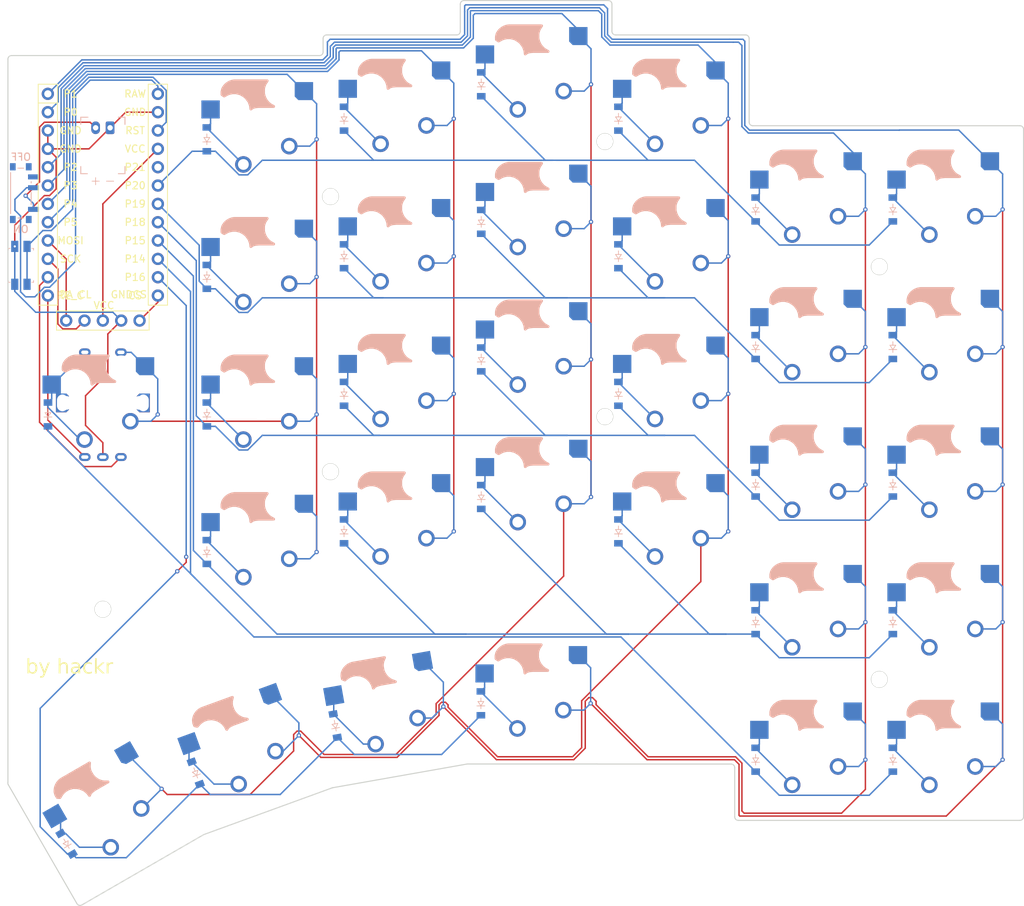
<source format=kicad_pcb>
(kicad_pcb (version 20240108) (generator "pcbnew") (generator_version "8.0")
  (title_block (title "clackr-right") (date "2024-09-07") (rev "v1.0.0") (company "Unknown"))
  (layers (0 "F.Cu" signal) (31 "B.Cu" signal) (34 "B.Paste" user) (35 "F.Paste" user) (36 "B.SilkS" user "B.Silkscreen") (37 "F.SilkS" user "F.Silkscreen") (38 "B.Mask" user) (39 "F.Mask" user) (44 "Edge.Cuts" user))
  (net 0 "")
  (net 1 "P1")
  (net 2 "P0")
  (net 3 "P2")
  (net 4 "P3")
  (net 5 "P4")
  (net 6 "P5")
  (net 7 "mirror_pinky0_modifiers")
  (net 8 "mirror_pinky0_bottom")
  (net 9 "mirror_pinky0_home")
  (net 10 "mirror_pinky0_top")
  (net 11 "mirror_pinky0_numerics")
  (net 12 "mirror_pinky1_modifiers")
  (net 13 "mirror_pinky1_bottom")
  (net 14 "mirror_pinky1_home")
  (net 15 "mirror_pinky1_top")
  (net 16 "mirror_pinky1_numerics")
  (net 17 "mirror_ring_bottom")
  (net 18 "mirror_ring_home")
  (net 19 "mirror_ring_top")
  (net 20 "mirror_ring_numerics")
  (net 21 "mirror_middle_bottom")
  (net 22 "mirror_middle_home")
  (net 23 "mirror_middle_top")
  (net 24 "mirror_middle_numerics")
  (net 25 "mirror_index0_bottom")
  (net 26 "mirror_index0_home")
  (net 27 "mirror_index0_top")
  (net 28 "mirror_index0_numerics")
  (net 29 "mirror_index1_bottom")
  (net 30 "mirror_index1_home")
  (net 31 "mirror_index1_top")
  (net 32 "mirror_index1_numerics")
  (net 33 "mirror_tucky_default")
  (net 34 "mirror_reachy_default")
  (net 35 "mirror_extra-reachy_default")
  (net 36 "mirror_extra-extra-reachy_default")
  (net 37 "mirror_encoder_default")
  (net 38 "P14")
  (net 39 "P15")
  (net 40 "P18")
  (net 41 "P19")
  (net 42 "P20")
  (net 43 "P16")
  (net 44 "RAW")
  (net 45 "GND")
  (net 46 "RST")
  (net 47 "VCC")
  (net 48 "P21")
  (net 49 "CS")
  (net 50 "MOSI")
  (net 51 "SCK")
  (net 52 "RE_A")
  (net 53 "RE_C")
  (net 54 "BAT_P")
  (footprint "VIA-0.6mm" (layer "F.Cu") (at 199.296248 -46.2155)
    (property "Reference" "REF**" (hide yes))
    (property "Value" "VIA-0.6mm" (hide yes))
  )
  (footprint "VIA-0.6mm" (layer "F.Cu") (at 259.296248 -53.8355)
    (property "Reference" "REF**" (hide yes))
    (property "Value" "VIA-0.6mm" (hide yes))
  )
  (footprint "VIA-0.6mm" (layer "F.Cu") (at 316.296248 -55.55)
    (property "Reference" "REF**" (hide yes))
    (property "Value" "VIA-0.6mm" (hide yes))
  )
  (footprint "VIA-0.6mm" (layer "F.Cu") (at 221.296248 -65.2655)
    (property "Reference" "REF**" (hide yes))
    (property "Value" "VIA-0.6mm" (hide yes))
  )
  (footprint "VIA-0.6mm" (layer "F.Cu") (at 297.296248 -17.45)
    (property "Reference" "REF**" (hide yes))
    (property "Value" "VIA-0.6mm" (hide yes))
  )
  (footprint "VIA-0.6mm" (layer "F.Cu") (at 240.296248 -68.123)
    (property "Reference" "REF**" (hide yes))
    (property "Value" "VIA-0.6mm" (hide yes))
  )
  (footprint "VIA-0.6mm" (layer "F.Cu") (at 278.296248 -49.073)
    (property "Reference" "REF**" (hide yes))
    (property "Value" "VIA-0.6mm" (hide yes))
  )
  (footprint "VIA-0.6mm" (layer "F.Cu") (at 240.296248 -30.023)
    (property "Reference" "REF**" (hide yes))
    (property "Value" "VIA-0.6mm" (hide yes))
  )
  (footprint "ceoloide:mounting_hole_npth" (layer "F.Cu") (at 223.221248 -76.3905)
    (property "Reference" "MH6" (hide yes))
    (property "Value" "")
  )
  (footprint "VIA-0.6mm" (layer "F.Cu") (at 297.296248 -36.5)
    (property "Reference" "REF**" (hide yes))
    (property "Value" "VIA-0.6mm" (hide yes))
  )
  (footprint "ceoloide:rotary_encoder_ec11_ec12" (layer "F.Cu") (at 191.696248 -47.8155)
    (property "Reference" "RE1" (hide yes))
    (property "Value" "")
  )
  (footprint "VIA-0.6mm" (layer "F.Cu") (at 199.829917 5.63723 30)
    (property "Reference" "REF**" (hide yes))
    (property "Value" "VIA-0.6mm" (hide yes))
  )
  (footprint "VIA-0.6mm" (layer "F.Cu") (at 316.296248 -36.5)
    (property "Reference" "REF**" (hide yes))
    (property "Value" "VIA-0.6mm" (hide yes))
  )
  (footprint "ceoloide:mounting_hole_npth" (layer "F.Cu") (at 299.221248 -9.525)
    (property "Reference" "MH1" (hide yes))
    (property "Value" "")
  )
  (footprint "VIA-0.6mm" (layer "F.Cu") (at 240.296248 -87.173)
    (property "Reference" "REF**" (hide yes))
    (property "Value" "VIA-0.6mm" (hide yes))
  )
  (footprint "ceoloide:mcu_nice_nano" (layer "F.Cu") (at 191.696248 -77.9155)
    (property "Reference" "MCU1" (hide yes))
    (property "Value" "")
  )
  (footprint "ceoloide:mounting_hole_npth" (layer "F.Cu") (at 261.221248 -84.0105)
    (property "Reference" "MH4" (hide yes))
    (property "Value" "")
  )
  (footprint "VIA-0.6mm" (layer "F.Cu") (at 221.296248 -46.2155)
    (property "Reference" "REF**" (hide yes))
    (property "Value" "VIA-0.6mm" (hide yes))
  )
  (footprint "VIA-0.6mm" (layer "F.Cu") (at 218.841243 -1.766178 20)
    (property "Reference" "REF**" (hide yes))
    (property "Value" "VIA-0.6mm" (hide yes))
  )
  (footprint "VIA-0.6mm" (layer "F.Cu") (at 221.296248 -84.3155)
    (property "Reference" "REF**" (hide yes))
    (property "Value" "VIA-0.6mm" (hide yes))
  )
  (footprint "VIA-0.6mm" (layer "F.Cu") (at 297.296248 -55.55)
    (property "Reference" "REF**" (hide yes))
    (property "Value" "VIA-0.6mm" (hide yes))
  )
  (footprint "VIA-0.6mm" (layer "F.Cu") (at 259.296248 -34.7855)
    (property "Reference" "REF**" (hide yes))
    (property "Value" "VIA-0.6mm" (hide yes))
  )
  (footprint "VIA-0.6mm" (layer "F.Cu") (at 316.296248 -74.6)
    (property "Reference" "REF**" (hide yes))
    (property "Value" "VIA-0.6mm" (hide yes))
  )
  (footprint "ceoloide:mounting_hole_npth" (layer "F.Cu") (at 223.221248 -38.2905)
    (property "Reference" "MH5" (hide yes))
    (property "Value" "")
  )
  (footprint "VIA-0.6mm" (layer "F.Cu") (at 259.296248 -72.8855)
    (property "Reference" "REF**" (hide yes))
    (property "Value" "VIA-0.6mm" (hide yes))
  )
  (footprint "VIA-0.6mm" (layer "F.Cu") (at 259.246248 -6.2105)
    (property "Reference" "REF**" (hide yes))
    (property "Value" "VIA-0.6mm" (hide yes))
  )
  (footprint "VIA-0.6mm" (layer "F.Cu") (at 278.296248 -68.123)
    (property "Reference" "REF**" (hide yes))
    (property "Value" "VIA-0.6mm" (hide yes))
  )
  (footprint "VIA-0.6mm" (layer "F.Cu") (at 316.296248 1.6)
    (property "Reference" "REF**" (hide yes))
    (property "Value" "VIA-0.6mm" (hide yes))
  )
  (footprint "VIA-0.6mm" (layer "F.Cu") (at 297.296248 1.6)
    (property "Reference" "REF**" (hide yes))
    (property "Value" "VIA-0.6mm" (hide yes))
  )
  (footprint "ceoloide:mounting_hole_npth" (layer "F.Cu") (at 261.221248 -45.9105)
    (property "Reference" "MH3" (hide yes))
    (property "Value" "")
  )
  (footprint "ceoloide:mounting_hole_npth" (layer "F.Cu") (at 299.221248 -66.675)
    (property "Reference" "MH2" (hide yes))
    (property "Value" "")
  )
  (footprint "VIA-0.6mm" (layer "F.Cu") (at 238.849332 -5.755829 10)
    (property "Reference" "REF**" (hide yes))
    (property "Value" "VIA-0.6mm" (hide yes))
  )
  (footprint "ceoloide:mounting_hole_npth" (layer "F.Cu") (at 191.696248 -19.2405)
    (property "Reference" "MH7" (hide yes))
    (property "Value" "")
  )
  (footprint "VIA-0.6mm" (layer "F.Cu") (at 221.296248 -27.1655)
    (property "Reference" "REF**" (hide yes))
    (property "Value" "VIA-0.6mm" (hide yes))
  )
  (footprint "VIA-0.6mm" (layer "F.Cu") (at 259.296248 -91.9355)
    (property "Reference" "REF**" (hide yes))
    (property "Value" "VIA-0.6mm" (hide yes))
  )
  (footprint "VIA-0.6mm" (layer "F.Cu") (at 316.296248 -17.45)
    (property "Reference" "REF**" (hide yes))
    (property "Value" "VIA-0.6mm" (hide yes))
  )
  (footprint "ceoloide:display_nice_view" (layer "F.Cu") (at 191.696248 -75.9155)
    (property "Reference" "DISP1" (hide yes))
    (property "Value" "")
  )
  (footprint "VIA-0.6mm" (layer "F.Cu") (at 240.296248 -49.073)
    (property "Reference" "REF**" (hide yes))
    (property "Value" "VIA-0.6mm" (hide yes))
  )
  (footprint "VIA-0.6mm" (layer "F.Cu") (at 297.296248 -74.6)
    (property "Reference" "REF**" (hide yes))
    (property "Value" "VIA-0.6mm" (hide yes))
  )
  (footprint "VIA-0.6mm" (layer "F.Cu") (at 278.296248 -30.023)
    (property "Reference" "REF**" (hide yes))
    (property "Value" "VIA-0.6mm" (hide yes))
  )
  (footprint "VIA-0.6mm" (layer "F.Cu") (at 278.296248 -87.173)
    (property "Reference" "REF**" (hide yes))
    (property "Value" "VIA-0.6mm" (hide yes))
  )
  (footprint "ceoloide:switch_mx" (layer "B.Cu") (at 213.696248 -47.8155)
    (property "Reference" "S24" (hide yes))
    (property "Value" "")
  )
  (footprint "ceoloide:power_switch_smd_side" (layer "B.Cu") (at 180.346248 -76.8655 180)
    (property "Reference" "PWR1" (hide yes))
    (property "Value" "")
  )
  (footprint "ceoloide:diode_tht_sod123" (layer "B.Cu") (at 301.096248 -36.5 90)
    (property "Reference" "D3" (hide yes))
    (property "Value" "")
  )
  (footprint "ceoloide:switch_mx" (layer "B.Cu") (at 213.696248 -66.8655)
    (property "Reference" "S25" (hide yes))
    (property "Value" "")
  )
  (footprint "ceoloide:diode_tht_sod123" (layer "B.Cu") (at 301.096248 -74.6 90)
    (property "Reference" "D5" (hide yes))
    (property "Value" "")
  )
  (footprint "ceoloide:diode_tht_sod123" (layer "B.Cu") (at 244.096248 -34.7855 90)
    (property "Reference" "D15" (hide yes))
    (property "Value" "")
  )
  (footprint "ceoloide:diode_tht_sod123" (layer "B.Cu") (at 206.096248 -84.3155 90)
    (property "Reference" "D26" (hide yes))
    (property "Value" "")
  )
  (footprint "ceoloide:diode_tht_sod123" (layer "B.Cu") (at 282.096248 1.6 90)
    (property "Reference" "D6" (hide yes))
    (property "Value" "")
  )
  (footprint "ceoloide:diode_tht_sod123" (layer "B.Cu") (at 301.096248 -17.45 90)
    (property "Reference" "D2" (hide yes))
    (property "Value" "")
  )
  (footprint "ceoloide:switch_mx" (layer "B.Cu") (at 251.696248 -74.4855)
    (property "Reference" "S17" (hide yes))
    (property "Value" "")
  )
  (footprint "ceoloide:switch_mx" (layer "B.Cu") (at 289.696248 -57.15)
    (property "Reference" "S9" (hide yes))
    (property "Value" "")
  )
  (footprint "ceoloide:diode_tht_sod123" (layer "B.Cu") (at 301.096248 1.6 90)
    (property "Reference" "D1" (hide yes))
    (property "Value" "")
  )
  (footprint "ceoloide:diode_tht_sod123" (layer "B.Cu") (at 206.096248 -27.1655 90)
    (property "Reference" "D23" (hide yes))
    (property "Value" "")
  )
  (footprint "ceoloide:diode_tht_sod123" (layer "B.Cu") (at 301.096248 -55.55 90)
    (property "Reference" "D4" (hide yes))
    (property "Value" "")
  )
  (footprint "ceoloide:diode_tht_sod123" (layer "B.Cu") (at 223.880254 -3.116376 100)
    (property "Reference" "D28" (hide yes))
    (property "Value" "")
  )
  (footprint "ceoloide:diode_tht_sod123" (layer "B.Cu") (at 263.096248 -87.173 90)
    (property "Reference" "D14" (hide yes))
    (property "Value" "")
  )
  (footprint "ceoloide:diode_tht_sod123" (layer "B.Cu") (at 244.096248 -91.9355 90)
    (property "Reference" "D18" (hide yes))
    (property "Value" "")
  )
  (footprint "ceoloide:switch_mx" (layer "B.Cu") (at 191.696248 -47.8155)
    (property "Reference" "S31" (hide yes))
    (property "Value" "")
  )
  (footprint "ceoloide:switch_mx" (layer "B.Cu") (at 213.696248 -85.9155)
    (property "Reference" "S26" (hide yes))
    (property "Value" "")
  )
  (footprint "ceoloide:switch_mx" (layer "B.Cu") (at 213.696248 -28.7655)
    (property "Reference" "S23" (hide yes))
    (property "Value" "")
  )
  (footprint "ceoloide:diode_tht_sod123" (layer "B.Cu") (at 204.557915 3.432529 110)
    (property "Reference" "D29" (hide yes))
    (property "Value" "")
  )
  (footprint "ceoloide:switch_mx" (layer "B.Cu") (at 251.696248 -55.4355)
    (property "Reference" "S16" (hide yes))
    (property "Value" "")
  )
  (footprint "ceoloide:diode_tht_sod123" (layer "B.Cu") (at 184.096248 -46.2155 90)
    (property "Reference" "D31" (hide yes))
    (property "Value" "")
  )
  (footprint "ceoloide:diode_tht_sod123" (layer "B.Cu") (at 263.096248 -49.073 90)
    (property "Reference" "D12" (hide yes))
    (property "Value" "")
  )
  (footprint "ceoloide:switch_mx" (layer "B.Cu") (at 289.696248 -76.2)
    (property "Reference" "S10" (hide yes))
    (property "Value" "")
  )
  (footprint "ceoloide:switch_mx" (layer "B.Cu") (at 270.696248 -31.623)
    (property "Reference" "S11" (hide yes))
    (property "Value" "")
  )
  (footprint "ceoloide:switch_mx" (layer "B.Cu") (at 289.696248 -19.05)
    (property "Reference" "S7" (hide yes))
    (property "Value" "")
  )
  (footprint "ceoloide:diode_tht_sod123" (layer "B.Cu") (at 206.096248 -65.2655 90)
    (property "Reference" "D25" (hide yes))
    (property "Value" "")
  )
  (footprint "ceoloide:diode_tht_sod123" (layer "B.Cu") (at 244.096248 -72.8855 90)
    (property "Reference" "D17" (hide yes))
    (property "Value" "")
  )
  (footprint "ceoloide:battery_connector_jst_ph_2" (layer "B.Cu") (at 191.696248 -85.9155)
    (property "Reference" "JST1" (hide yes))
    (property "Value" "")
  )
  (footprint "ceoloide:diode_tht_sod123" (layer "B.Cu") (at 263.096248 -68.123 90)
    (property "Reference" "D13" (hide yes))
    (property "Value" "")
  )
  (footprint "ceoloide:switch_mx" (layer "B.Cu") (at 232.696248 -31.623)
    (property "Reference" "S19" (hide yes))
    (property "Value" "")
  )
  (footprint "ceoloide:diode_tht_sod123" (layer "B.Cu") (at 186.666331 13.23723 120)
    (property "Reference" "D30" (hide yes))
    (property "Value" "")
  )
  (footprint "ceoloide:switch_mx" (layer "B.Cu") (at 192.448124 8.051589 30)
    (property "Reference" "S30" (hide yes))
    (property "Value" "")
  )
  (footprint "ceoloide:switch_mx" (layer "B.Cu") (at 270.696248 -50.673)
    (property "Reference" "S12" (hide yes))
    (property "Value" "")
  )
  (footprint "ceoloide:diode_tht_sod123" (layer "B.Cu") (at 244.046248 -6.2105 90)
    (property "Reference" "D27" (hide yes))
    (property "Value" "")
  )
  (footprint "ceoloide:switch_mx" (layer "B.Cu") (at 270.696248 -69.723)
    (property "Reference" "S13" (hide yes))
    (property "Value" "")
  )
  (footprint "ceoloide:switch_mx" (layer "B.Cu") (at 289.696248 -38.1)
    (property "Reference" "S8" (hide yes))
    (property "Value" "")
  )
  (footprint "ceoloide:switch_mx" (layer "B.Cu") (at 289.696248 0)
    (property "Reference" "S6" (hide yes))
    (property "Value" "")
  )
  (footprint "ceoloide:diode_tht_sod123" (layer "B.Cu") (at 244.096248 -53.8355 90)
    (property "Reference" "D16" (hide yes))
    (property "Value" "")
  )
  (footprint "ceoloide:switch_mx" (layer "B.Cu") (at 232.696248 -88.773)
    (property "Reference" "S22" (hide yes))
    (property "Value" "")
  )
  (footprint "ceoloide:switch_mx" (layer "B.Cu") (at 231.086956 -6.011795 10)
    (property "Reference" "S28" (hide yes))
    (property "Value" "")
  )
  (footprint "ceoloide:diode_tht_sod123" (layer "B.Cu") (at 225.096248 -30.023 90)
    (property "Reference" "D19" (hide yes))
    (property "Value" "")
  )
  (footprint "ceoloide:switch_mx" (layer "B.Cu") (at 251.696248 -36.3855)
    (property "Reference" "S15" (hide yes))
    (property "Value" "")
  )
  (footprint "ceoloide:diode_tht_sod123" (layer "B.Cu") (at 206.096248 -46.2155 90)
    (property "Reference" "D24" (hide yes))
    (property "Value" "")
  )
  (footprint "ceoloide:switch_mx" (layer "B.Cu") (at 232.696248 -69.723)
    (property "Reference" "S21" (hide yes))
    (property "Value" "")
  )
  (footprint "ceoloide:diode_tht_sod123" (layer "B.Cu") (at 282.096248 -55.55 90)
    (property "Reference" "D9" (hide yes))
    (property "Value" "")
  )
  (footprint "ceoloide:switch_mx" (layer "B.Cu") (at 211.152347 -0.670333 20)
    (property "Reference" "S29" (hide yes))
    (property "Value" "")
  )
  (footprint "ceoloide:diode_tht_sod123" (layer "B.Cu") (at 225.096248 -68.123 90)
    (property "Reference" "D21" (hide yes))
    (property "Value" "")
  )
  (footprint "ceoloide:diode_tht_sod123" (layer "B.Cu") (at 263.096248 -30.023 90)
    (property "Reference" "D11" (hide yes))
    (property "Value" "")
  )
  (footprint "ceoloide:diode_tht_sod123" (layer "B.Cu") (at 282.096248 -17.45 90)
    (property "Reference" "D7" (hide yes))
    (property "Value" "")
  )
  (footprint "ceoloide:switch_mx" (layer "B.Cu") (at 251.696248 -93.5355)
    (property "Reference" "S18" (hide yes))
    (property "Value" "")
  )
  (footprint "ceoloide:diode_tht_sod123" (layer "B.Cu") (at 225.096248 -49.073 90)
    (property "Reference" "D20" (hide yes))
    (property "Value" "")
  )
  (footprint "ceoloide:switch_mx" (layer "B.Cu") (at 232.696248 -50.673)
    (property "Reference" "S20" (hide yes))
    (property "Value" "")
  )
  (footprint "ceoloide:switch_mx" (layer "B.Cu") (at 308.696248 -19.05)
    (property "Reference" "S2" (hide yes))
    (property "Value" "")
  )
  (footprint "ceoloide:diode_tht_sod123" (layer "B.Cu") (at 282.096248 -74.6 90)
    (property "Reference" "D10" (hide yes))
    (property "Value" "")
  )
  (footprint "ceoloide:switch_mx" (layer "B.Cu") (at 251.646248 -7.8105)
    (property "Reference" "S27" (hide yes))
    (property "Value" "")
  )
  (footprint "ceoloide:diode_tht_sod123" (layer "B.Cu") (at 225.096248 -87.173 90)
    (property "Reference" "D22" (hide yes))
    (property "Value" "")
  )
  (footprint "ceoloide:switch_mx" (layer "B.Cu") (at 270.696248 -88.773)
    (property "Reference" "S14" (hide yes))
    (property "Value" "")
  )
  (footprint "ceoloide:switch_mx" (layer "B.Cu") (at 308.696248 0)
    (property "Reference" "S1" (hide yes))
    (property "Value" "")
  )
  (footprint "ceoloide:diode_tht_sod123" (layer "B.Cu") (at 282.096248 -36.5 90)
    (property "Reference" "D8" (hide yes))
    (property "Value" "")
  )
  (footprint "ceoloide:switch_mx" (layer "B.Cu") (at 308.696248 -38.1)
    (property "Reference" "S3" (hide yes))
    (property "Value" "")
  )
  (footprint "ceoloide:switch_mx" (layer "B.Cu") (at 308.696248 -76.2)
    (property "Reference" "S5" (hide yes))
    (property "Value" "")
  )
  (footprint "ceoloide:switch_mx" (layer "B.Cu") (at 308.696248 -57.15)
    (property "Reference" "S4" (hide yes))
    (property "Value" "")
  )
  (footprint "ceoloide:reset_switch_smd_side" (layer "B.Cu") (at 180.346248 -66.8655 90)
    (property "Reference" "RST1" (hide yes))
    (property "Value" "")
  )
  (gr_arc (start 241.196248 -103.0355) (mid 241.342698 -103.389036) (end 241.696248 -103.5355) (stroke (width 0.15)) (layer "Edge.Cuts"))
  (gr_circle (center 191.696248 -19.2405) (end 192.796248 -19.2405) (stroke (width 0.15)) (fill none) (layer "Edge.Cuts"))
  (gr_line (start 279.196248 2.697) (end 279.196248 9.5) (stroke (width 0.15)) (layer "Edge.Cuts"))
  (gr_circle (center 299.221248 -66.675) (end 300.321248 -66.675) (stroke (width 0.15)) (fill none) (layer "Edge.Cuts"))
  (gr_line (start 222.196248 -98.273) (end 222.196248 -96.4155) (stroke (width 0.15)) (layer "Edge.Cuts"))
  (gr_line (start 178.604857 5.074348) (end 188.104857 21.528831) (stroke (width 0.15)) (layer "Edge.Cuts"))
  (gr_arc (start 188.78787 21.711844) (mid 188.408473 21.761771) (end 188.104857 21.528831) (stroke (width 0.15)) (layer "Edge.Cuts"))
  (gr_line (start 279.696248 10) (end 318.696248 10) (stroke (width 0.15)) (layer "Edge.Cuts"))
  (gr_line (start 205.702132 11.955161) (end 223.442963 5.498027) (stroke (width 0.15)) (layer "Edge.Cuts"))
  (gr_arc (start 319.196248 9.5) (mid 319.049804 9.85357) (end 318.696248 10) (stroke (width 0.15)) (layer "Edge.Cuts"))
  (gr_line (start 178.549248 -95.4155) (end 178.549248 4.718289) (stroke (width 0.15)) (layer "Edge.Cuts"))
  (gr_line (start 188.78787 21.711844) (end 205.623142 11.991994) (stroke (width 0.15)) (layer "Edge.Cuts"))
  (gr_arc (start 262.696248 -98.773) (mid 262.342664 -98.91943) (end 262.196248 -99.273) (stroke (width 0.15)) (layer "Edge.Cuts"))
  (gr_arc (start 223.442963 5.498027) (mid 223.484563 5.484909) (end 223.527149 5.475469) (stroke (width 0.15)) (layer "Edge.Cuts"))
  (gr_line (start 242.20655 2.1895) (end 260.196248 2.1895) (stroke (width 0.15)) (layer "Edge.Cuts"))
  (gr_arc (start 281.696248 -86.2) (mid 281.342664 -86.34643) (end 281.196248 -86.7) (stroke (width 0.15)) (layer "Edge.Cuts"))
  (gr_circle (center 261.221248 -45.9105) (end 262.321248 -45.9105) (stroke (width 0.15)) (fill none) (layer "Edge.Cuts"))
  (gr_line (start 260.196248 2.197) (end 278.696248 2.197) (stroke (width 0.15)) (layer "Edge.Cuts"))
  (gr_circle (center 261.221248 -84.0105) (end 262.321248 -84.0105) (stroke (width 0.15)) (fill none) (layer "Edge.Cuts"))
  (gr_arc (start 278.696248 2.197) (mid 279.04977 2.343464) (end 279.196248 2.697) (stroke (width 0.15)) (layer "Edge.Cuts"))
  (gr_line (start 223.527149 5.475469) (end 242.119726 2.197096) (stroke (width 0.15)) (layer "Edge.Cuts"))
  (gr_arc (start 178.549248 -95.4155) (mid 178.695698 -95.769036) (end 179.049248 -95.9155) (stroke (width 0.15)) (layer "Edge.Cuts"))
  (gr_arc (start 280.696248 -98.773) (mid 281.04977 -98.626536) (end 281.196248 -98.273) (stroke (width 0.15)) (layer "Edge.Cuts"))
  (gr_arc (start 242.119726 2.197096) (mid 242.162972 2.191399) (end 242.20655 2.1895) (stroke (width 0.15)) (layer "Edge.Cuts"))
  (gr_line (start 240.696248 -98.773) (end 222.696248 -98.773) (stroke (width 0.15)) (layer "Edge.Cuts"))
  (gr_line (start 281.196248 -86.7) (end 281.196248 -98.273) (stroke (width 0.15)) (layer "Edge.Cuts"))
  (gr_line (start 262.196248 -99.273) (end 262.196248 -103.0355) (stroke (width 0.15)) (layer "Edge.Cuts"))
  (gr_circle (center 299.221248 -9.525) (end 300.321248 -9.525) (stroke (width 0.15)) (fill none) (layer "Edge.Cuts"))
  (gr_arc (start 279.696248 10) (mid 279.342664 9.85357) (end 279.196248 9.5) (stroke (width 0.15)) (layer "Edge.Cuts"))
  (gr_arc (start 318.696248 -86.2) (mid 319.04977 -86.053536) (end 319.196248 -85.7) (stroke (width 0.15)) (layer "Edge.Cuts"))
  (gr_arc (start 261.696248 -103.5355) (mid 262.04977 -103.389036) (end 262.196248 -103.0355) (stroke (width 0.15)) (layer "Edge.Cuts"))
  (gr_arc (start 222.196248 -98.273) (mid 222.342698 -98.626536) (end 222.696248 -98.773) (stroke (width 0.15)) (layer "Edge.Cuts"))
  (gr_line (start 241.196248 -103.0355) (end 241.196248 -99.273) (stroke (width 0.15)) (layer "Edge.Cuts"))
  (gr_circle (center 223.221248 -76.3905) (end 224.321248 -76.3905) (stroke (width 0.15)) (fill none) (layer "Edge.Cuts"))
  (gr_line (start 260.196248 2.197) (end 260.196248 2.1895) (stroke (width 0.15)) (layer "Edge.Cuts"))
  (gr_arc (start 205.623142 11.991994) (mid 205.661834 11.971856) (end 205.702132 11.955161) (stroke (width 0.15)) (layer "Edge.Cuts"))
  (gr_arc (start 241.196248 -99.273) (mid 241.049804 -98.91943) (end 240.696248 -98.773) (stroke (width 0.15)) (layer "Edge.Cuts"))
  (gr_line (start 261.696248 -103.5355) (end 241.696248 -103.5355) (stroke (width 0.15)) (layer "Edge.Cuts"))
  (gr_circle (center 223.221248 -38.2905) (end 224.321248 -38.2905) (stroke (width 0.15)) (fill none) (layer "Edge.Cuts"))
  (gr_line (start 319.196248 9.5) (end 319.196248 -85.7) (stroke (width 0.15)) (layer "Edge.Cuts"))
  (gr_line (start 281.696248 -86.2) (end 318.696248 -86.2) (stroke (width 0.15)) (layer "Edge.Cuts"))
  (gr_arc (start 222.196248 -96.4155) (mid 222.049804 -96.06193) (end 221.696248 -95.9155) (stroke (width 0.15)) (layer "Edge.Cuts"))
  (gr_line (start 280.696248 -98.773) (end 262.696248 -98.773) (stroke (width 0.15)) (layer "Edge.Cuts"))
  (gr_arc (start 178.604857 5.074348) (mid 178.543845 4.901502) (end 178.549248 4.718289) (stroke (width 0.15)) (layer "Edge.Cuts"))
  (gr_line (start 179.049248 -95.9155) (end 221.696248 -95.9155) (stroke (width 0.15)) (layer "Edge.Cuts"))
  (gr_text "by hackr" (at 181 -10 0) (layer "F.SilkS") (effects (font (size 2 2)) (justify left bottom)))
  (segment (start 316.296248 -36.5) (end 316.296248 -17.45) (width 0.2) (layer "F.Cu") (net 1))
  (segment (start 279.155891 1.597) (end 267.053748 1.597) (width 0.2) (layer "F.Cu") (net 1))
  (segment (start 316.296248 -55.55) (end 316.296248 -36.5) (width 0.2) (layer "F.Cu") (net 1))
  (segment (start 308.496248 9.4) (end 279.9 9.4) (width 0.2) (layer "F.Cu") (net 1))
  (segment (start 316.296248 1.6) (end 308.496248 9.4) (width 0.2) (layer "F.Cu") (net 1))
  (segment (start 316.296248 -17.45) (end 316.296248 1.6) (width 0.2) (layer "F.Cu") (net 1))
  (segment (start 316.296248 -74.6) (end 316.296248 -55.55) (width 0.2) (layer "F.Cu") (net 1))
  (segment (start 267.053748 1.597) (end 259.246248 -6.2105) (width 0.2) (layer "F.Cu") (net 1))
  (segment (start 279.796248 9.296248) (end 279.796248 2.237357) (width 0.2) (layer "F.Cu") (net 1))
  (segment (start 279.796248 2.237357) (end 279.155891 1.597) (width 0.2) (layer "F.Cu") (net 1))
  (segment (start 279.9 9.4) (end 279.796248 9.296248) (width 0.2) (layer "F.Cu") (net 1))
  (segment (start 312.506248 -73.66) (end 315.356248 -73.66) (width 0.2) (layer "B.Cu") (net 1))
  (segment (start 314.538248 -43.18) (end 316.296248 -41.422) (width 0.2) (layer "B.Cu") (net 1))
  (segment (start 222.155959 -95.3155) (end 188.776248 -95.3155) (width 0.2) (layer "B.Cu") (net 1))
  (segment (start 262.236946 -98.172293) (end 261.584026 -98.825213) (width 0.2) (layer "B.Cu") (net 1))
  (segment (start 315.356248 -35.56) (end 316.296248 -36.5) (width 0.2) (layer "B.Cu") (net 1))
  (segment (start 314.538248 -62.23) (end 316.296248 -60.472) (width 0.2) (layer "B.Cu") (net 1))
  (segment (start 315.356248 -54.61) (end 316.296248 -55.55) (width 0.2) (layer "B.Cu") (net 1))
  (segment (start 241.796518 -101.99973) (end 241.796518 -98.813559) (width 0.2) (layer "B.Cu") (net 1))
  (segment (start 316.296248 -3.322) (end 316.296248 1.6) (width 0.2) (layer "B.Cu") (net 1))
  (segment (start 316.296248 -79.522) (end 316.296248 -74.6) (width 0.2) (layer "B.Cu") (net 1))
  (segment (start 316.296248 -41.422) (end 316.296248 -36.5) (width 0.2) (layer "B.Cu") (net 1))
  (segment (start 241.796248 -102) (end 241.796518 -101.99973) (width 0.2) (layer "B.Cu") (net 1))
  (segment (start 241.796248 -102.796248) (end 241.796248 -102) (width 0.2) (layer "B.Cu") (net 1))
  (segment (start 222.796248 -95.955789) (end 222.155959 -95.3155) (width 0.2) (layer "B.Cu") (net 1))
  (segment (start 222.796248 -97.796248) (end 222.796248 -95.955789) (width 0.2) (layer "B.Cu") (net 1))
  (segment (start 281.248389 -85.58785) (end 280.596248 -86.239991) (width 0.2) (layer "B.Cu") (net 1))
  (segment (start 258.306248 -5.2705) (end 259.246248 -6.2105) (width 0.2) (layer "B.Cu") (net 1))
  (segment (start 316.296248 -60.472) (end 316.296248 -55.55) (width 0.2) (layer "B.Cu") (net 1))
  (segment (start 312.506248 -54.61) (end 315.356248 -54.61) (width 0.2) (layer "B.Cu") (net 1))
  (segment (start 312.506248 -35.56) (end 315.356248 -35.56) (width 0.2) (layer "B.Cu") (net 1))
  (segment (start 280.327 -98.173) (end 278.5 -98.173) (width 0.2) (layer "B.Cu") (net 1))
  (segment (start 314.538248 -5.08) (end 316.296248 -3.322) (width 0.2) (layer "B.Cu") (net 1))
  (segment (start 316.296248 -22.372) (end 316.296248 -17.45) (width 0.2) (layer "B.Cu") (net 1))
  (segment (start 312.506248 2.54) (end 315.356248 2.54) (width 0.2) (layer "B.Cu") (net 1))
  (segment (start 241.155959 -98.173) (end 223.173 -98.173) (width 0.2) (layer "B.Cu") (net 1))
  (segment (start 314.538248 -24.13) (end 316.296248 -22.372) (width 0.2) (layer "B.Cu") (net 1))
  (segment (start 310.218248 -85.6) (end 302 -85.6) (width 0.2) (layer "B.Cu") (net 1))
  (segment (start 315.356248 -16.51) (end 316.296248 -17.45) (width 0.2) (layer "B.Cu") (net 1))
  (segment (start 259.246248 -11.1325) (end 259.246248 -6.2105) (width 0.2) (layer "B.Cu") (net 1))
  (segment (start 261.584026 -98.825213) (end 261.584026 -102.415974) (width 0.2) (layer "B.Cu") (net 1))
  (segment (start 278.5 -98.173) (end 278.499293 -98.172293) (width 0.2) (layer "B.Cu") (net 1))
  (segment (start 255.456248 -5.2705) (end 258.306248 -5.2705) (width 0.2) (layer "B.Cu") (net 1))
  (segment (start 188.776248 -95.3155) (end 184.076248 -90.6155) (width 0.2) (layer "B.Cu") (net 1))
  (segment (start 280.596248 -86.239991) (end 280.596248 -97.903752) (width 0.2) (layer "B.Cu") (net 1))
  (segment (start 314.538248 -81.28) (end 316.296248 -79.522) (width 0.2) (layer "B.Cu") (net 1))
  (segment (start 257.488248 -12.8905) (end 259.246248 -11.1325) (width 0.2) (layer "B.Cu") (net 1))
  (segment (start 261.584026 -102.415974) (end 261.0645 -102.9355) (width 0.2) (layer "B.Cu") (net 1))
  (segment (start 302 -85.6) (end 301.98785 -85.58785) (width 0.2) (layer "B.Cu") (net 1))
  (segment (start 301.98785 -85.58785) (end 281.248389 -85.58785) (width 0.2) (layer "B.Cu") (net 1))
  (segment (start 241.9355 -102.9355) (end 241.796248 -102.796248) (width 0.2) (layer "B.Cu") (net 1))
  (segment (start 312.506248 -16.51) (end 315.356248 -16.51) (width 0.2) (layer "B.Cu") (net 1))
  (segment (start 241.796518 -98.813559) (end 241.155959 -98.173) (width 0.2) (layer "B.Cu") (net 1))
  (segment (start 315.356248 2.54) (end 316.296248 1.6) (width 0.2) (layer "B.Cu") (net 1))
  (segment (start 278.499293 -98.172293) (end 262.236946 -98.172293) (width 0.2) (layer "B.Cu") (net 1))
  (segment (start 261.0645 -102.9355) (end 241.9355 -102.9355) (width 0.2) (layer "B.Cu") (net 1))
  (segment (start 223.173 -98.173) (end 222.796248 -97.796248) (width 0.2) (layer "B.Cu") (net 1))
  (segment (start 315.356248 -73.66) (end 316.296248 -74.6) (width 0.2) (layer "B.Cu") (net 1))
  (segment (start 280.596248 -97.903752) (end 280.327 -98.173) (width 0.2) (layer "B.Cu") (net 1))
  (segment (start 314.538248 -81.28) (end 310.218248 -85.6) (width 0.2) (layer "B.Cu") (net 1))
  (segment (start 258.5 0) (end 256.9105 1.5895) (width 0.2) (layer "F.Cu") (net 2))
  (segment (start 297.296248 -36.5) (end 297.296248 -17.45) (width 0.2) (layer "F.Cu") (net 2))
  (segment (start 256.9105 1.5895) (end 246.194661 1.5895) (width 0.2) (layer "F.Cu") (net 2))
  (segment (start 297.296248 -17.45) (end 297.296248 1.6) (width 0.2) (layer "F.Cu") (net 2))
  (segment (start 294 9) (end 280.5 9) (width 0.2) (layer "F.Cu") (net 2))
  (segment (start 259 -7) (end 258.5 -6.5) (width 0.2) (layer "F.Cu") (net 2))
  (segment (start 246.194661 1.5895) (end 238.849332 -5.755829) (width 0.2) (layer "F.Cu") (net 2))
  (segment (start 280.5 9) (end 280.196248 8.696248) (width 0.2) (layer "F.Cu") (net 2))
  (segment (start 297.296248 5.703752) (end 294 9) (width 0.2) (layer "F.Cu") (net 2))
  (segment (start 267.219434 1.197) (end 260 -6.022434) (width 0.2) (layer "F.Cu") (net 2))
  (segment (start 260 -6.5) (end 259.5 -7) (width 0.2) (layer "F.Cu") (net 2))
  (segment (start 279.321577 1.197) (end 267.219434 1.197) (width 0.2) (layer "F.Cu") (net 2))
  (segment (start 258.5 -6.5) (end 258.5 0) (width 0.2) (layer "F.Cu") (net 2))
  (segment (start 260 -6.022434) (end 260 -6.5) (width 0.2) (layer "F.Cu") (net 2))
  (segment (start 259.5 -7) (end 259 -7) (width 0.2) (layer "F.Cu") (net 2))
  (segment (start 280.196248 2.071671) (end 279.321577 1.197) (width 0.2) (layer "F.Cu") (net 2))
  (segment (start 297.296248 -55.55) (end 297.296248 -36.5) (width 0.2) (layer "F.Cu") (net 2))
  (segment (start 297.296248 1.6) (end 297.296248 5.703752) (width 0.2) (layer "F.Cu") (net 2))
  (segment (start 297.296248 -74.6) (end 297.296248 -55.55) (width 0.2) (layer "F.Cu") (net 2))
  (segment (start 280.196248 8.696248) (end 280.196248 2.071671) (width 0.2) (layer "F.Cu") (net 2))
  (segment (start 280.196248 -86.074305) (end 280.196248 -97.303752) (width 0.2) (layer "B.Cu") (net 2))
  (segment (start 242.196518 -102.232018) (end 242.196518 -98.647873) (width 0.2) (layer "B.Cu") (net 2))
  (segment (start 185.513217 -89.512469) (end 184.076248 -88.0755) (width 0.2) (layer "B.Cu") (net 2))
  (segment (start 292.880398 -85.18785) (end 281.082703 -85.18785) (width 0.2) (layer "B.Cu") (net 2))
  (segment (start 295.538248 -81.28) (end 297.296248 -79.522) (width 0.2) (layer "B.Cu") (net 2))
  (segment (start 280.196248 -97.303752) (end 279.727 -97.773) (width 0.2) (layer "B.Cu") (net 2))
  (segment (start 295.538248 -81.28) (end 295.538248 -82.53) (width 0.2) (layer "B.Cu") (net 2))
  (segment (start 261.184026 -98.659527) (end 261.184026 -101.815974) (width 0.2) (layer "B.Cu") (net 2))
  (segment (start 241.321645 -97.773) (end 223.773 -97.773) (width 0.2) (layer "B.Cu") (net 2))
  (segment (start 278.999293 -97.772293) (end 262.07126 -97.772293) (width 0.2) (layer "B.Cu") (net 2))
  (segment (start 238.849332 -9.137809) (end 238.849332 -5.755829) (width 0.2) (layer "B.Cu") (net 2))
  (segment (start 260.4645 -102.5355) (end 242.5 -102.5355) (width 0.2) (layer "B.Cu") (net 2))
  (segment (start 235.28014 -4.171983) (end 237.265486 -4.171983) (width 0.2) (layer "B.Cu") (net 2))
  (segment (start 297.296248 -41.422) (end 297.296248 -36.5) (width 0.2) (layer "B.Cu") (net 2))
  (segment (start 297.296248 -60.472) (end 297.296248 -55.55) (width 0.2) (layer "B.Cu") (net 2))
  (segment (start 279 -97.773) (end 278.999293 -97.772293) (width 0.2) (layer "B.Cu") (net 2))
  (segment (start 295.538248 -82.53) (end 292.880398 -85.18785) (width 0.2) (layer "B.Cu") (net 2))
  (segment (start 296.356248 -16.51) (end 297.296248 -17.45) (width 0.2) (layer "B.Cu") (net 2))
  (segment (start 296.356248 2.54) (end 297.296248 1.6) (width 0.2) (layer "B.Cu") (net 2))
  (segment (start 293.506248 -35.56) (end 296.356248 -35.56) (width 0.2) (layer "B.Cu") (net 2))
  (segment (start 297.296248 -3.322) (end 297.296248 1.6) (width 0.2) (layer "B.Cu") (net 2))
  (segment (start 293.506248 -73.66) (end 296.356248 -73.66) (width 0.2) (layer "B.Cu") (net 2))
  (segment (start 235.95807 -12.029071) (end 238.849332 -9.137809) (width 0.2) (layer "B.Cu") (net 2))
  (segment (start 223.196248 -97.196248) (end 223.196248 -95.790103) (width 0.2) (layer "B.Cu") (net 2))
  (segment (start 296.356248 -73.66) (end 297.296248 -74.6) (width 0.2) (layer "B.Cu") (net 2))
  (segment (start 261.184026 -101.815974) (end 260.4645 -102.5355) (width 0.2) (layer "B.Cu") (net 2))
  (segment (start 279.727 -97.773) (end 279 -97.773) (width 0.2) (layer "B.Cu") (net 2))
  (segment (start 293.506248 -16.51) (end 296.356248 -16.51) (width 0.2) (layer "B.Cu") (net 2))
  (segment (start 223.773 -97.773) (end 223.196248 -97.196248) (width 0.2) (layer "B.Cu") (net 2))
  (segment (start 242.5 -102.5355) (end 242.196518 -102.232018) (width 0.2) (layer "B.Cu") (net 2))
  (segment (start 295.538248 -43.18) (end 297.296248 -41.422) (width 0.2) (layer "B.Cu") (net 2))
  (segment (start 297.296248 -22.372) (end 297.296248 -17.45) (width 0.2) (layer "B.Cu") (net 2))
  (segment (start 188.941934 -94.9155) (end 185.513217 -91.486783) (width 0.2) (layer "B.Cu") (net 2))
  (segment (start 223.196248 -95.790103) (end 222.321645 -94.9155) (width 0.2) (layer "B.Cu") (net 2))
  (segment (start 222.321645 -94.9155) (end 188.941934 -94.9155) (width 0.2) (layer "B.Cu") (net 2))
  (segment (start 281.082703 -85.18785) (end 280.196248 -86.074305) (width 0.2) (layer "B.Cu") (net 2))
  (segment (start 296.356248 -35.56) (end 297.296248 -36.5) (width 0.2) (layer "B.Cu") (net 2))
  (segment (start 295.538248 -62.23) (end 297.296248 -60.472) (width 0.2) (layer "B.Cu") (net 2))
  (segment (start 293.506248 -54.61) (end 296.356248 -54.61) (width 0.2) (layer "B.Cu") (net 2))
  (segment (start 296.356248 -54.61) (end 297.296248 -55.55) (width 0.2) (layer "B.Cu") (net 2))
  (segment (start 295.538248 -5.08) (end 297.296248 -3.322) (width 0.2) (layer "B.Cu") (net 2))
  (segment (start 293.506248 2.54) (end 296.356248 2.54) (width 0.2) (layer "B.Cu") (net 2))
  (segment (start 185.513217 -91.486783) (end 185.513217 -89.512469) (width 0.2) (layer "B.Cu") (net 2))
  (segment (start 295.538248 -24.13) (end 297.296248 -22.372) (width 0.2) (layer "B.Cu") (net 2))
  (segment (start 242.196518 -98.647873) (end 241.321645 -97.773) (width 0.2) (layer "B.Cu") (net 2))
  (segment (start 297.296248 -79.522) (end 297.296248 -74.6) (width 0.2) (layer "B.Cu") (net 2))
  (segment (start 237.265486 -4.171983) (end 238.849332 -5.755829) (width 0.2) (layer "B.Cu") (net 2))
  (segment (start 262.07126 -97.772293) (end 261.184026 -98.659527) (width 0.2) (layer "B.Cu") (net 2))
  (segment (start 278.296248 -49.073) (end 278.296248 -30.023) (width 0.2) (layer "F.Cu") (net 3))
  (segment (start 238.600803 -6.355829) (end 239.144171 -6.355829) (width 0.2) (layer "F.Cu") (net 3))
  (segment (start 258 -0.065686) (end 258 -6.565685) (width 0.2) (layer "F.Cu") (net 3))
  (segment (start 218.841243 -1.766178) (end 221.882516 1.275095) (width 0.2) (layer "F.Cu") (net 3))
  (segment (start 238.249332 -6.004358) (end 238.600803 -6.355829) (width 0.2) (layer "F.Cu") (net 3))
  (segment (start 278.296248 -87.173) (end 278.296248 -68.123) (width 0.2) (layer "F.Cu") (net 3))
  (segment (start 232.439458 1.275095) (end 238.249332 -4.534779) (width 0.2) (layer "F.Cu") (net 3))
  (segment (start 221.882516 1.275095) (end 232.439458 1.275095) (width 0.2) (layer "F.Cu") (net 3))
  (segment (start 258 -6.565685) (end 274.506248 -23.071933) (width 0.2) (layer "F.Cu") (net 3))
  (segment (start 239.5 -5.670847) (end 246.360347 1.1895) (width 0.2) (layer "F.Cu") (net 3))
  (segment (start 274.506248 -23.071933) (end 274.506248 -29.083) (width 0.2) (layer "F.Cu") (net 3))
  (segment (start 238.249332 -4.534779) (end 238.249332 -6.004358) (width 0.2) (layer "F.Cu") (net 3))
  (segment (start 239.5 -6) (end 239.5 -5.670847) (width 0.2) (layer "F.Cu") (net 3))
  (segment (start 239.144171 -6.355829) (end 239.5 -6) (width 0.2) (layer "F.Cu") (net 3))
  (segment (start 278.296248 -68.123) (end 278.296248 -49.073) (width 0.2) (layer "F.Cu") (net 3))
  (segment (start 246.360347 1.1895) (end 256.744814 1.1895) (width 0.2) (layer "F.Cu") (net 3))
  (segment (start 256.744814 1.1895) (end 258 -0.065686) (width 0.2) (layer "F.Cu") (net 3))
  (segment (start 222.487331 -94.5155) (end 189.10762 -94.5155) (width 0.2) (layer "B.Cu") (net 3))
  (segment (start 277.356248 -29.083) (end 278.296248 -30.023) (width 0.2) (layer "B.Cu") (net 3))
  (segment (start 218.841243 -3.505379) (end 218.841243 -1.766178) (width 0.2) (layer "B.Cu") (net 3))
  (segment (start 274.506248 -48.133) (end 277.356248 -48.133) (width 0.2) (layer "B.Cu") (net 3))
  (segment (start 185.913217 -82.292469) (end 184.076248 -80.4555) (width 0.2) (layer "B.Cu") (net 3))
  (segment (start 216.661675 0.41339) (end 215.601307 0.41339) (width 0.2) (layer "B.Cu") (net 3))
  (segment (start 274.506248 -67.183) (end 277.356248 -67.183) (width 0.2) (layer "B.Cu") (net 3))
  (segment (start 276.538248 -74.803) (end 278.296248 -73.045) (width 0.2) (layer "B.Cu") (net 3))
  (segment (start 276.538248 -94.961752) (end 274.127707 -97.372293) (width 0.2) (layer "B.Cu") (net 3))
  (segment (start 242.596518 -98.482187) (end 241.487331 -97.373) (width 0.2) (layer "B.Cu") (net 3))
  (segment (start 276.538248 -93.853) (end 278.296248 -92.095) (width 0.2) (layer "B.Cu") (net 3))
  (segment (start 260.784026 -98.493841) (end 260.784026 -101.650288) (width 0.2) (layer "B.Cu") (net 3))
  (segment (start 274.127707 -97.372293) (end 261.905574 -97.372293) (width 0.2) (layer "B.Cu") (net 3))
  (segment (start 260.784026 -101.650288) (end 260.298814 -102.1355) (width 0.2) (layer "B.Cu") (net 3))
  (segment (start 189.10762 -94.5155) (end 185.913217 -91.321097) (width 0.2) (layer "B.Cu") (net 3))
  (segment (start 223.596248 -95.624417) (end 222.487331 -94.5155) (width 0.2) (layer "B.Cu") (net 3))
  (segment (start 278.296248 -34.945) (end 278.296248 -30.023) (width 0.2) (layer "B.Cu") (net 3))
  (segment (start 274.506248 -86.233) (end 277.356248 -86.233) (width 0.2) (layer "B.Cu") (net 3))
  (segment (start 276.538248 -93.853) (end 276.538248 -94.961752) (width 0.2) (layer "B.Cu") (net 3))
  (segment (start 261.905574 -97.372293) (end 260.784026 -98.493841) (width 0.2) (layer "B.Cu") (net 3))
  (segment (start 260.298814 -102.1355) (end 242.665686 -102.1355) (width 0.2) (layer "B.Cu") (net 3))
  (segment (start 274.506248 -29.083) (end 277.356248 -29.083) (width 0.2) (layer "B.Cu") (net 3))
  (segment (start 276.538248 -36.703) (end 278.296248 -34.945) (width 0.2) (layer "B.Cu") (net 3))
  (segment (start 242.665686 -102.1355) (end 242.596518 -102.066332) (width 0.2) (layer "B.Cu") (net 3))
  (segment (start 278.296248 -53.995) (end 278.296248 -49.073) (width 0.2) (layer "B.Cu") (net 3))
  (segment (start 241.487331 -97.373) (end 223.938686 -97.373) (width 0.2) (layer "B.Cu") (net 3))
  (segment (start 277.356248 -86.233) (end 278.296248 -87.173) (width 0.2) (layer "B.Cu") (net 3))
  (segment (start 223.596248 -97.030562) (end 223.596248 -95.624417) (width 0.2) (layer "B.Cu") (net 3))
  (segment (start 223.938686 -97.373) (end 223.596248 -97.030562) (width 0.2) (layer "B.Cu") (net 3))
  (segment (start 218.841243 -1.766178) (end 216.661675 0.41339) (width 0.2) (layer "B.Cu") (net 3))
  (segment (start 277.356248 -48.133) (end 278.296248 -49.073) (width 0.2) (layer "B.Cu") (net 3))
  (segment (start 214.904569 -7.442053) (end 218.841243 -3.505379) (width 0.2) (layer "B.Cu") (net 3))
  (segment (start 278.296248 -92.095) (end 278.296248 -87.173) (width 0.2) (layer "B.Cu") (net 3))
  (segment (start 242.596518 -102.066332) (end 242.596518 -98.482187) (width 0.2) (layer "B.Cu") (net 3))
  (segment (start 276.538248 -55.753) (end 278.296248 -53.995) (width 0.2) (layer "B.Cu") (net 3))
  (segment (start 185.913217 -91.321097) (end 185.913217 -82.292469) (width 0.2) (layer "B.Cu") (net 3))
  (segment (start 277.356248 -67.183) (end 278.296248 -68.123) (width 0.2) (layer "B.Cu") (net 3))
  (segment (start 278.296248 -73.045) (end 278.296248 -68.123) (width 0.2) (layer "B.Cu") (net 3))
  (segment (start 222.331045 0.875095) (end 219.089772 -2.366178) (width 0.2) (layer "F.Cu") (net 4))
  (segment (start 237.849332 -6.170043) (end 237.849332 -4.700464) (width 0.2) (layer "F.Cu") (net 4))
  (segment (start 255.506248 -23.826959) (end 237.849332 -6.170043) (width 0.2) (layer "F.Cu") (net 4))
  (segment (start 218.113268 -1.886732) (end 218.113268 0.386732) (width 0.2) (layer "F.Cu") (net 4))
  (segment (start 212.084963 6.415037) (end 200.607724 6.415037) (width 0.2) (layer "F.Cu") (net 4))
  (segment (start 259.296248 -91.9355) (end 259.296248 -72.8855) (width 0.2) (layer "F.Cu") (net 4))
  (segment (start 259.296248 -53.8355) (end 259.296248 -34.7855) (width 0.2) (layer "F.Cu") (net 4))
  (segment (start 259.296248 -72.8855) (end 259.296248 -53.8355) (width 0.2) (layer "F.Cu") (net 4))
  (segment (start 255.506248 -33.8455) (end 255.506248 -23.826959) (width 0.2) (layer "F.Cu") (net 4))
  (segment (start 218.113268 0.386732) (end 212.084963 6.415037) (width 0.2) (layer "F.Cu") (net 4))
  (segment (start 200.607724 6.415037) (end 199.829917 5.63723) (width 0.2) (layer "F.Cu") (net 4))
  (segment (start 219.089772 -2.366178) (end 218.592714 -2.366178) (width 0.2) (layer "F.Cu") (net 4))
  (segment (start 218.592714 -2.366178) (end 218.113268 -1.886732) (width 0.2) (layer "F.Cu") (net 4))
  (segment (start 237.849332 -4.700464) (end 232.273773 0.875095) (width 0.2) (layer "F.Cu") (net 4))
  (segment (start 232.273773 0.875095) (end 222.331045 0.875095) (width 0.2) (layer "F.Cu") (net 4))
  (segment (start 255.506248 -90.9955) (end 258.356248 -90.9955) (width 0.2) (layer "B.Cu") (net 4))
  (segment (start 222.653017 -94.1155) (end 189.273306 -94.1155) (width 0.2) (layer "B.Cu") (net 4))
  (segment (start 223.996248 -96.864876) (end 223.996248 -95.458731) (width 0.2) (layer "B.Cu") (net 4))
  (segment (start 257.538248 -60.5155) (end 259.296248 -58.7575) (width 0.2) (layer "B.Cu") (net 4))
  (segment (start 199.829917 5.63723) (end 197.120853 8.346294) (width 0.2) (layer "B.Cu") (net 4))
  (segment (start 258.356248 -33.8455) (end 259.296248 -34.7855) (width 0.2) (layer "B.Cu") (net 4))
  (segment (start 259.296248 -96.8575) (end 259.296248 -91.9355) (width 0.2) (layer "B.Cu") (net 4))
  (segment (start 255.506248 -33.8455) (end 258.356248 -33.8455) (width 0.2) (layer "B.Cu") (net 4))
  (segment (start 257.538248 -79.5655) (end 259.296248 -77.8075) (width 0.2) (layer "B.Cu") (net 4))
  (segment (start 224.104372 -96.973) (end 223.996248 -96.864876) (width 0.2) (layer "B.Cu") (net 4))
  (segment (start 255.506248 -52.8955) (end 258.356248 -52.8955) (width 0.2) (layer "B.Cu") (net 4))
  (segment (start 258.356248 -71.9455) (end 259.296248 -72.8855) (width 0.2) (layer "B.Cu") (net 4))
  (segment (start 258.356248 -90.9955) (end 259.296248 -91.9355) (width 0.2) (layer "B.Cu") (net 4))
  (segment (start 255.506248 -71.9455) (end 258.356248 -71.9455) (width 0.2) (layer "B.Cu") (net 4))
  (segment (start 257.538248 -98.6155) (end 259.296248 -96.8575) (width 0.2) (layer "B.Cu") (net 4))
  (segment (start 243.2355 -101.7355) (end 242.996518 -101.496518) (width 0.2) (layer "B.Cu") (net 4))
  (segment (start 255.2645 -101.7355) (end 243.2355 -101.7355) (width 0.2) (layer "B.Cu") (net 4))
  (segment (start 258.356248 -52.8955) (end 259.296248 -53.8355) (width 0.2) (layer "B.Cu") (net 4))
  (segment (start 223.996248 -95.458731) (end 222.653017 -94.1155) (width 0.2) (layer "B.Cu") (net 4))
  (segment (start 186.313217 -91.155411) (end 186.313217 -80.152469) (width 0.2) (layer "B.Cu") (net 4))
  (segment (start 189.273306 -94.1155) (end 186.313217 -91.155411) (width 0.2) (layer "B.Cu") (net 4))
  (segment (start 199.829917 5.593653) (end 199.829917 5.63723) (width 0.2) (layer "B.Cu") (net 4))
  (segment (start 259.296248 -77.8075) (end 259.296248 -72.8855) (width 0.2) (layer "B.Cu") (net 4))
  (segment (start 186.313217 -80.152469) (end 184.076248 -77.9155) (width 0.2) (layer "B.Cu") (net 4))
  (segment (start 241.653017 -96.973) (end 224.104372 -96.973) (width 0.2) (layer "B.Cu") (net 4))
  (segment (start 197.120853 8.346294) (end 197.017681 8.346294) (width 0.2) (layer "B.Cu") (net 4))
  (segment (start 259.296248 -39.7075) (end 259.296248 -34.7855) (width 0.2) (layer "B.Cu") (net 4))
  (segment (start 257.538248 -99.461752) (end 255.2645 -101.7355) (width 0.2) (layer "B.Cu") (net 4))
  (segment (start 257.538248 -41.4655) (end 259.296248 -39.7075) (width 0.2) (layer "B.Cu") (net 4))
  (segment (start 259.296248 -58.7575) (end 259.296248 -53.8355) (width 0.2) (layer "B.Cu") (net 4))
  (segment (start 257.538248 -98.6155) (end 257.538248 -99.461752) (width 0.2) (layer "B.Cu") (net 4))
  (segment (start 194.967444 0.73118) (end 199.829917 5.593653) (width 0.2) (layer "B.Cu") (net 4))
  (segment (start 242.996518 -98.316501) (end 241.653017 -96.973) (width 0.2) (layer "B.Cu") (net 4))
  (segment (start 242.996518 -101.496518) (end 242.996518 -98.316501) (width 0.2) (layer "B.Cu") (net 4))
  (segment (start 240.296248 -30.023) (end 240.296248 -87.173) (width 0.2) (layer "F.Cu") (net 5))
  (segment (start 224.396248 -96.396248) (end 224.396248 -95.293045) (width 0.2) (layer "B.Cu") (net 5))
  (segment (start 236.506248 -67.183) (end 239.356248 -67.183) (width 0.2) (layer "B.Cu") (net 5))
  (segment (start 238.538248 -74.803) (end 240.296248 -73.045) (width 0.2) (layer "B.Cu") (net 5))
  (segment (start 239.356248 -48.133) (end 240.296248 -49.073) (width 0.2) (layer "B.Cu") (net 5))
  (segment (start 239.356248 -86.233) (end 240.296248 -87.173) (width 0.2) (layer "B.Cu") (net 5))
  (segment (start 240.296248 -34.945) (end 240.296248 -30.023) (width 0.2) (layer "B.Cu") (net 5))
  (segment (start 236.506248 -86.233) (end 239.356248 -86.233) (width 0.2) (layer "B.Cu") (net 5))
  (segment (start 236.506248 -48.133) (end 239.356248 -48.133) (width 0.2) (layer "B.Cu") (net 5))
  (segment (start 240.296248 -53.995) (end 240.296248 -49.073) (width 0.2) (layer "B.Cu") (net 5))
  (segment (start 240.296248 -73.045) (end 240.296248 -68.123) (width 0.2) (layer "B.Cu") (net 5))
  (segment (start 186.713217 -90.989725) (end 186.713217 -78.012469) (width 0.2) (layer "B.Cu") (net 5))
  (segment (start 239.356248 -67.183) (end 240.296248 -68.123) (width 0.2) (layer "B.Cu") (net 5))
  (segment (start 238.538248 -93.853) (end 240.296248 -92.095) (width 0.2) (layer "B.Cu") (net 5))
  (segment (start 238.538248 -36.703) (end 240.296248 -34.945) (width 0.2) (layer "B.Cu") (net 5))
  (segment (start 224.573 -96.573) (end 224.396248 -96.396248) (width 0.2) (layer "B.Cu") (net 5))
  (segment (start 238.538248 -55.753) (end 240.296248 -53.995) (width 0.2) (layer "B.Cu") (net 5))
  (segment (start 238.538248 -93.853) (end 235.818248 -96.573) (width 0.2) (layer "B.Cu") (net 5))
  (segment (start 222.818703 -93.7155) (end 189.438992 -93.7155) (width 0.2) (layer "B.Cu") (net 5))
  (segment (start 236.506248 -29.083) (end 239.356248 -29.083) (width 0.2) (layer "B.Cu") (net 5))
  (segment (start 240.296248 -92.095) (end 240.296248 -87.173) (width 0.2) (layer "B.Cu") (net 5))
  (segment (start 239.356248 -29.083) (end 240.296248 -30.023) (width 0.2) (layer "B.Cu") (net 5))
  (segment (start 189.438992 -93.7155) (end 186.713217 -90.989725) (width 0.2) (layer "B.Cu") (net 5))
  (segment (start 224.396248 -95.293045) (end 222.818703 -93.7155) (width 0.2) (layer "B.Cu") (net 5))
  (segment (start 186.713217 -78.012469) (end 184.076248 -75.3755) (width 0.2) (layer "B.Cu") (net 5))
  (segment (start 235.818248 -96.573) (end 224.573 -96.573) (width 0.2) (layer "B.Cu") (net 5))
  (segment (start 221.296248 -84.3155) (end 221.296248 -27.1655) (width 0.2) (layer "F.Cu") (net 6))
  (segment (start 217.506248 -45.2755) (end 195.506248 -45.2755) (width 0.2) (layer "F.Cu") (net 6))
  (segment (start 187.113217 -75.872469) (end 184.076248 -72.8355) (width 0.2) (layer "B.Cu") (net 6))
  (segment (start 221.296248 -51.1375) (end 221.296248 -46.2155) (width 0.2) (layer "B.Cu") (net 6))
  (segment (start 217.506248 -64.3255) (end 220.356248 -64.3255) (width 0.2) (layer "B.Cu") (net 6))
  (segment (start 197.538248 -52.8955) (end 199.296248 -51.1375) (width 0.2) (layer "B.Cu") (net 6))
  (segment (start 195.618248 -54.8155) (end 197.538248 -52.8955) (width 0.2) (layer "B.Cu") (net 6))
  (segment (start 221.296248 -89.2375) (end 221.296248 -84.3155) (width 0.2) (layer "B.Cu") (net 6))
  (segment (start 221.296248 -70.1875) (end 221.296248 -65.2655) (width 0.2) (layer "B.Cu") (net 6))
  (segment (start 217.506248 -83.3755) (end 220.356248 -83.3755) (width 0.2) (layer "B.Cu") (net 6))
  (segment (start 189.604678 -93.3155) (end 187.113217 -90.824039) (width 0.2) (layer "B.Cu") (net 6))
  (segment (start 219.538248 -90.9955) (end 217.218248 -93.3155) (width 0.2) (layer "B.Cu") (net 6))
  (segment (start 217.506248 -45.2755) (end 220.356248 -45.2755) (width 0.2) (layer "B.Cu") (net 6))
  (segment (start 220.356248 -45.2755) (end 221.296248 -46.2155) (width 0.2) (layer "B.Cu") (net 6))
  (segment (start 187.113217 -90.824039) (end 187.113217 -75.872469) (width 0.2) (layer "B.Cu") (net 6))
  (segment (start 198.356248 -45.2755) (end 199.296248 -46.2155) (width 0.2) (layer "B.Cu") (net 6))
  (segment (start 219.538248 -33.8455) (end 221.296248 -32.0875) (width 0.2) (layer "B.Cu") (net 6))
  (segment (start 199.296248 -51.1375) (end 199.296248 -46.2155) (width 0.2) (layer "B.Cu") (net 6))
  (segment (start 219.538248 -71.9455) (end 221.296248 -70.1875) (width 0.2) (layer "B.Cu") (net 6))
  (segment (start 220.356248 -83.3755) (end 221.296248 -84.3155) (width 0.2) (layer "B.Cu") (net 6))
  (segment (start 220.356248 -64.3255) (end 221.296248 -65.2655) (width 0.2) (layer "B.Cu") (net 6))
  (segment (start 221.296248 -32.0875) (end 221.296248 -27.1655) (width 0.2) (layer "B.Cu") (net 6))
  (segment (start 217.506248 -26.2255) (end 220.356248 -26.2255) (width 0.2) (layer "B.Cu") (net 6))
  (segment (start 219.538248 -52.8955) (end 221.296248 -51.1375) (width 0.2) (layer "B.Cu") (net 6))
  (segment (start 219.538248 -90.9955) (end 221.296248 -89.2375) (width 0.2) (layer "B.Cu") (net 6))
  (segment (start 194.196248 -54.8155) (end 195.618248 -54.8155) (width 0.2) (layer "B.Cu") (net 6))
  (segment (start 217.218248 -93.3155) (end 189.604678 -93.3155) (width 0.2) (layer "B.Cu") (net 6))
  (segment (start 195.506248 -45.2755) (end 198.356248 -45.2755) (width 0.2) (layer "B.Cu") (net 6))
  (segment (start 220.356248 -26.2255) (end 221.296248 -27.1655) (width 0.2) (layer "B.Cu") (net 6))
  (segment (start 301.096248 -0.05) (end 301.096248 0.02) (width 0.2) (layer "B.Cu") (net 7))
  (segment (start 301.611248 -0.565) (end 301.096248 -0.05) (width 0.2) (layer "B.Cu") (net 7))
  (segment (start 301.096248 0.02) (end 306.156248 5.08) (width 0.2) (layer "B.Cu") (net 7))
  (segment (start 301.611248 -2.54) (end 301.611248 -0.565) (width 0.2) (layer "B.Cu") (net 7))
  (segment (start 301.611248 -19.615) (end 301.096248 -19.1) (width 0.2) (layer "B.Cu") (net 8))
  (segment (start 301.096248 -19.1) (end 301.096248 -19.03) (width 0.2) (layer "B.Cu") (net 8))
  (segment (start 301.611248 -21.59) (end 301.611248 -19.615) (width 0.2) (layer "B.Cu") (net 8))
  (segment (start 301.096248 -19.03) (end 306.156248 -13.97) (width 0.2) (layer "B.Cu") (net 8))
  (segment (start 301.096248 -38.08) (end 306.156248 -33.02) (width 0.2) (layer "B.Cu") (net 9))
  (segment (start 301.096248 -38.15) (end 301.096248 -38.08) (width 0.2) (layer "B.Cu") (net 9))
  (segment (start 301.611248 -38.665) (end 301.096248 -38.15) (width 0.2) (layer "B.Cu") (net 9))
  (segment (start 301.611248 -40.64) (end 301.611248 -38.665) (width 0.2) (layer "B.Cu") (net 9))
  (segment (start 301.096248 -57.13) (end 306.156248 -52.07) (width 0.2) (layer "B.Cu") (net 10))
  (segment (start 301.096248 -57.2) (end 301.096248 -57.13) (width 0.2) (layer "B.Cu") (net 10))
  (segment (start 301.611248 -57.715) (end 301.096248 -57.2) (width 0.2) (layer "B.Cu") (net 10))
  (segment (start 301.611248 -59.69) (end 301.611248 -57.715) (width 0.2) (layer "B.Cu") (net 10))
  (segment (start 301.096248 -76.18) (end 306.156248 -71.12) (width 0.2) (layer "B.Cu") (net 11))
  (segment (start 301.096248 -76.25) (end 301.096248 -76.18) (width 0.2) (layer "B.Cu") (net 11))
  (segment (start 301.611248 -78.74) (end 301.611248 -76.765) (width 0.2) (layer "B.Cu") (net 11))
  (segment (start 301.611248 -76.765) (end 301.096248 -76.25) (width 0.2) (layer "B.Cu") (net 11))
  (segment (start 282.096248 -0.05) (end 282.096248 0.02) (width 0.2) (layer "B.Cu") (net 12))
  (segment (start 282.096248 0.02) (end 287.156248 5.08) (width 0.2) (layer "B.Cu") (net 12))
  (segment (start 282.611248 -0.565) (end 282.096248 -0.05) (width 0.2) (layer "B.Cu") (net 12))
  (segment (start 282.611248 -2.54) (end 282.611248 -0.565) (width 0.2) (layer "B.Cu") (net 12))
  (segment (start 282.611248 -21.59) (end 282.611248 -19.615) (width 0.2) (layer "B.Cu") (net 13))
  (segment (start 282.096248 -19.03) (end 287.156248 -13.97) (width 0.2) (layer "B.Cu") (net 13))
  (segment (start 282.611248 -19.615) (end 282.096248 -19.1) (width 0.2) (layer "B.Cu") (net 13))
  (segment (start 282.096248 -19.1) (end 282.096248 -19.03) (width 0.2) (layer "B.Cu") (net 13))
  (segment (start 282.611248 -38.665) (end 282.096248 -38.15) (width 0.2) (layer "B.Cu") (net 14))
  (segment (start 282.611248 -40.64) (end 282.611248 -38.665) (width 0.2) (layer "B.Cu") (net 14))
  (segment (start 282.096248 -38.15) (end 282.096248 -38.08) (width 0.2) (layer "B.Cu") (net 14))
  (segment (start 282.096248 -38.08) (end 287.156248 -33.02) (width 0.2) (layer "B.Cu") (net 14))
  (segment (start 282.611248 -59.69) (end 282.611248 -57.715) (width 0.2) (layer "B.Cu") (net 15))
  (segment (start 282.611248 -57.715) (end 282.096248 -57.2) (width 0.2) (layer "B.Cu") (net 15))
  (segment (start 282.096248 -57.2) (end 282.096248 -57.13) (width 0.2) (layer "B.Cu") (net 15))
  (segment (start 282.096248 -57.13) (end 287.156248 -52.07) (width 0.2) (layer "B.Cu") (net 15))
  (segment (start 282.096248 -76.18) (end 287.156248 -71.12) (width 0.2) (layer "B.Cu") (net 16))
  (segment (start 282.096248 -76.25) (end 282.096248 -76.18) (width 0.2) (layer "B.Cu") (net 16))
  (segment (start 282.611248 -76.765) (end 282.096248 -76.25) (width 0.2) (layer "B.Cu") (net 16))
  (segment (start 282.611248 -78.74) (end 282.611248 -76.765) (width 0.2) (layer "B.Cu") (net 16))
  (segment (start 263.611248 -34.163) (end 263.611248 -32.188) (width 0.2) (layer "B.Cu") (net 17))
  (segment (start 263.096248 -31.673) (end 263.096248 -31.603) (width 0.2) (layer "B.Cu") (net 17))
  (segment (start 263.096248 -31.603) (end 268.156248 -26.543) (width 0.2) (layer "B.Cu") (net 17))
  (segment (start 263.611248 -32.188) (end 263.096248 -31.673) (width 0.2) (layer "B.Cu") (net 17))
  (segment (start 263.096248 -50.723) (end 263.096248 -50.653) (width 0.2) (layer "B.Cu") (net 18))
  (segment (start 263.096248 -50.653) (end 268.156248 -45.593) (width 0.2) (layer "B.Cu") (net 18))
  (segment (start 263.611248 -53.213) (end 263.611248 -51.238) (width 0.2) (layer "B.Cu") (net 18))
  (segment (start 263.611248 -51.238) (end 263.096248 -50.723) (width 0.2) (layer "B.Cu") (net 18))
  (segment (start 263.611248 -70.288) (end 263.096248 -69.773) (width 0.2) (layer "B.Cu") (net 19))
  (segment (start 263.096248 -69.773) (end 263.096248 -69.703) (width 0.2) (layer "B.Cu") (net 19))
  (segment (start 263.611248 -72.263) (end 263.611248 -70.288) (width 0.2) (layer "B.Cu") (net 19))
  (segment (start 263.096248 -69.703) (end 268.156248 -64.643) (width 0.2) (layer "B.Cu") (net 19))
  (segment (start 263.096248 -88.753) (end 268.156248 -83.693) (width 0.2) (layer "B.Cu") (net 20))
  (segment (start 263.611248 -91.313) (end 263.611248 -89.338) (width 0.2) (layer "B.Cu") (net 20))
  (segment (start 263.611248 -89.338) (end 263.096248 -88.823) (width 0.2) (layer "B.Cu") (net 20))
  (segment (start 263.096248 -88.823) (end 263.096248 -88.753) (width 0.2) (layer "B.Cu") (net 20))
  (segment (start 244.611248 -36.9505) (end 244.096248 -36.4355) (width 0.2) (layer "B.Cu") (net 21))
  (segment (start 244.611248 -38.9255) (end 244.611248 -36.9505) (width 0.2) (layer "B.Cu") (net 21))
  (segment (start 244.096248 -36.3655) (end 249.156248 -31.3055) (width 0.2) (layer "B.Cu") (net 21))
  (segment (start 244.096248 -36.4355) (end 244.096248 -36.3655) (width 0.2) (layer "B.Cu") (net 21))
  (segment (start 244.096248 -55.4155) (end 249.156248 -50.3555) (width 0.2) (layer "B.Cu") (net 22))
  (segment (start 244.611248 -56.0005) (end 244.096248 -55.4855) (width 0.2) (layer "B.Cu") (net 22))
  (segment (start 244.096248 -55.4855) (end 244.096248 -55.4155) (width 0.2) (layer "B.Cu") (net 22))
  (segment (start 244.611248 -57.9755) (end 244.611248 -56.0005) (width 0.2) (layer "B.Cu") (net 22))
  (segment (start 244.611248 -77.0255) (end 244.611248 -75.0505) (width 0.2) (layer "B.Cu") (net 23))
  (segment (start 244.611248 -75.0505) (end 244.096248 -74.5355) (width 0.2) (layer "B.Cu") (net 23))
  (segment (start 244.096248 -74.4655) (end 249.156248 -69.4055) (width 0.2) (layer "B.Cu") (net 23))
  (segment (start 244.096248 -74.5355) (end 244.096248 -74.4655) (width 0.2) (layer "B.Cu") (net 23))
  (segment (start 244.611248 -94.1005) (end 244.096248 -93.5855) (width 0.2) (layer "B.Cu") (net 24))
  (segment (start 244.096248 -93.5155) (end 249.156248 -88.4555) (width 0.2) (layer "B.Cu") (net 24))
  (segment (start 244.611248 -96.0755) (end 244.611248 -94.1005) (width 0.2) (layer "B.Cu") (net 24))
  (segment (start 244.096248 -93.5855) (end 244.096248 -93.5155) (width 0.2) (layer "B.Cu") (net 24))
  (segment (start 225.611248 -34.163) (end 225.611248 -32.188) (width 0.2) (layer "B.Cu") (net 25))
  (segment (start 225.096248 -31.673) (end 225.096248 -31.603) (width 0.2) (layer "B.Cu") (net 25))
  (segment (start 225.611248 -32.188) (end 225.096248 -31.673) (width 0.2) (layer "B.Cu") (net 25))
  (segment (start 225.096248 -31.603) (end 230.156248 -26.543) (width 0.2) (layer "B.Cu") (net 25))
  (segment (start 225.096248 -50.653) (end 230.156248 -45.593) (width 0.2) (layer "B.Cu") (net 26))
  (segment (start 225.611248 -51.238) (end 225.096248 -50.723) (width 0.2) (layer "B.Cu") (net 26))
  (segment (start 225.096248 -50.723) (end 225.096248 -50.653) (width 0.2) (layer "B.Cu") (net 26))
  (segment (start 225.611248 -53.213) (end 225.611248 -51.238) (width 0.2) (layer "B.Cu") (net 26))
  (segment (start 225.096248 -69.703) (end 230.156248 -64.643) (width 0.2) (layer "B.Cu") (net 27))
  (segment (start 225.096248 -69.773) (end 225.096248 -69.703) (width 0.2) (layer "B.Cu") (net 27))
  (segment (start 225.611248 -70.288) (end 225.096248 -69.773) (width 0.2) (layer "B.Cu") (net 27))
  (segment (start 225.611248 -72.263) (end 225.611248 -70.288) (width 0.2) (layer "B.Cu") (net 27))
  (segment (start 225.096248 -88.823) (end 225.096248 -88.753) (width 0.2) (layer "B.Cu") (net 28))
  (segment (start 225.611248 -89.338) (end 225.096248 -88.823) (width 0.2) (layer "B.Cu") (net 28))
  (segment (start 225.611248 -91.313) (end 225.611248 -89.338) (width 0.2) (layer "B.Cu") (net 28))
  (segment (start 225.096248 -88.753) (end 230.156248 -83.693) (width 0.2) (layer "B.Cu") (net 28))
  (segment (start 206.096248 -28.7455) (end 211.156248 -23.6855) (width 0.2) (layer "B.Cu") (net 29))
  (segment (start 206.611248 -29.3305) (end 206.096248 -28.8155) (width 0.2) (layer "B.Cu") (net 29))
  (segment (start 206.611248 -31.3055) (end 206.611248 -29.3305) (width 0.2) (layer "B.Cu") (net 29))
  (segment (start 206.096248 -28.8155) (end 206.096248 -28.7455) (width 0.2) (layer "B.Cu") (net 29))
  (segment (start 206.096248 -47.7955) (end 211.156248 -42.7355) (width 0.2) (layer "B.Cu") (net 30))
  (segment (start 206.611248 -50.3555) (end 206.611248 -48.3805) (width 0.2) (layer "B.Cu") (net 30))
  (segment (start 206.611248 -48.3805) (end 206.096248 -47.8655) (width 0.2) (layer "B.Cu") (net 30))
  (segment (start 206.096248 -47.8655) (end 206.096248 -47.7955) (width 0.2) (layer "B.Cu") (net 30))
  (segment (start 206.096248 -66.8455) (end 211.156248 -61.7855) (width 0.2) (layer "B.Cu") (net 31))
  (segment (start 206.611248 -67.4305) (end 206.096248 -66.9155) (width 0.2) (layer "B.Cu") (net 31))
  (segment (start 206.096248 -66.9155) (end 206.096248 -66.8455) (width 0.2) (layer "B.Cu") (net 31))
  (segment (start 206.611248 -69.4055) (end 206.611248 -67.4305) (width 0.2) (layer "B.Cu") (net 31))
  (segment (start 206.611248 -88.4555) (end 206.611248 -86.4805) (width 0.2) (layer "B.Cu") (net 32))
  (segment (start 206.096248 -85.9655) (end 206.096248 -85.8955) (width 0.2) (layer "B.Cu") (net 32))
  (segment (start 206.611248 -86.4805) (end 206.096248 -85.9655) (width 0.2) (layer "B.Cu") (net 32))
  (segment (start 206.096248 -85.8955) (end 211.156248 -80.8355) (width 0.2) (layer "B.Cu") (net 32))
  (segment (start 244.046248 -7.8605) (end 244.046248 -7.7905) (width 0.2) (layer "B.Cu") (net 33))
  (segment (start 244.046248 -7.7905) (end 249.106248 -2.7305) (width 0.2) (layer "B.Cu") (net 33))
  (segment (start 244.561248 -10.3505) (end 244.561248 -8.3755) (width 0.2) (layer "B.Cu") (net 33))
  (segment (start 244.561248 -8.3755) (end 244.046248 -7.8605) (width 0.2) (layer "B.Cu") (net 33))
  (segment (start 223.668527 -4.816101) (end 223.593735 -4.741309) (width 0.2) (layer "B.Cu") (net 34))
  (segment (start 223.668527 -7.282909) (end 223.668527 -4.816101) (width 0.2) (layer "B.Cu") (net 34))
  (segment (start 223.593735 -4.741309) (end 227.767139 -0.567905) (width 0.2) (layer "B.Cu") (net 34))
  (segment (start 227.767139 -0.567905) (end 229.467677 -0.567905) (width 0.2) (layer "B.Cu") (net 34))
  (segment (start 207.083583 4.972037) (end 210.50299 4.972037) (width 0.2) (layer "B.Cu") (net 35))
  (segment (start 203.993582 1.882036) (end 207.083583 4.972037) (width 0.2) (layer "B.Cu") (net 35))
  (segment (start 203.625894 1.514348) (end 203.993582 1.882036) (width 0.2) (layer "B.Cu") (net 35))
  (segment (start 203.625894 -0.63394) (end 203.625894 1.514348) (width 0.2) (layer "B.Cu") (net 35))
  (segment (start 188.446861 13.720998) (end 192.788419 13.720998) (width 0.2) (layer "B.Cu") (net 36))
  (segment (start 186.534151 11.808288) (end 188.446861 13.720998) (width 0.2) (layer "B.Cu") (net 36))
  (segment (start 185.841331 10.193381) (end 185.042334 9.394384) (width 0.2) (layer "B.Cu") (net 36))
  (segment (start 185.841331 11.808288) (end 185.841331 10.193381) (width 0.2) (layer "B.Cu") (net 36))
  (segment (start 185.841331 11.808288) (end 186.534151 11.808288) (width 0.2) (layer "B.Cu") (net 36))
  (segment (start 184.096248 -47.191236) (end 188.551984 -42.7355) (width 0.2) (layer "B.Cu") (net 37))
  (segment (start 184.611248 -48.3805) (end 184.096248 -47.8655) (width 0.2) (layer "B.Cu") (net 37))
  (segment (start 184.736248 -50.3555) (end 189.196248 -54.8155) (width 0.2) (layer "B.Cu") (net 37))
  (segment (start 184.096248 -47.8655) (end 184.096248 -47.191236) (width 0.2) (layer "B.Cu") (net 37))
  (segment (start 184.611248 -50.3555) (end 184.736248 -50.3555) (width 0.2) (layer "B.Cu") (net 37))
  (segment (start 188.551984 -42.7355) (end 189.156248 -42.7355) (width 0.2) (layer "B.Cu") (net 37))
  (segment (start 184.611248 -50.3555) (end 184.611248 -48.3805) (width 0.2) (layer "B.Cu") (net 37))
  (segment (start 184.096248 -43.9155) (end 184.096248 -44.5655) (width 0.2) (layer "B.Cu") (net 38))
  (segment (start 301.096248 3.25) (end 297.823248 6.523) (width 0.2) (layer "B.Cu") (net 38))
  (segment (start 282.096248 3.25) (end 263.446248 -15.4) (width 0.2) (layer "B.Cu") (net 38))
  (segment (start 297.823248 6.523) (end 285.369248 6.523) (width 0.2) (layer "B.Cu") (net 38))
  (segment (start 212.611748 -15.4) (end 204.505874 -23.505874) (width 0.2) (layer "B.Cu") (net 38))
  (segment (start 203.836248 -63.2355) (end 199.316248 -67.7555) (width 0.2) (layer "B.Cu") (net 38))
  (segment (start 204.505874 -23.505874) (end 184.096248 -43.9155) (width 0.2) (layer "B.Cu") (net 38))
  (segment (start 285.369248 6.523) (end 282.096248 3.25) (width 0.2) (layer "B.Cu") (net 38))
  (segment (start 204.505874 -23.505874) (end 203.836248 -24.1755) (width 0.2) (layer "B.Cu") (net 38))
  (segment (start 203.836248 -24.1755) (end 203.836248 -63.2355) (width 0.2) (layer "B.Cu") (net 38))
  (segment (start 263.446248 -15.4) (end 212.611748 -15.4) (width 0.2) (layer "B.Cu") (net 38))
  (segment (start 263.096248 -28.373) (end 275.669248 -15.8) (width 0.2) (layer "B.Cu") (net 39))
  (segment (start 244.096248 -33.1355) (end 261.431748 -15.8) (width 0.2) (layer "B.Cu") (net 39))
  (segment (start 285.369248 -12.527) (end 282.096248 -15.8) (width 0.2) (layer "B.Cu") (net 39))
  (segment (start 282.096248 -15.8) (end 278 -15.8) (width 0.2) (layer "B.Cu") (net 39))
  (segment (start 297.823248 -12.527) (end 285.369248 -12.527) (width 0.2) (layer "B.Cu") (net 39))
  (segment (start 261.431748 -15.8) (end 264.5 -15.8) (width 0.2) (layer "B.Cu") (net 39))
  (segment (start 264.5 -15.8) (end 242 -15.8) (width 0.2) (layer "B.Cu") (net 39))
  (segment (start 215.811748 -15.8) (end 206.096248 -25.5155) (width 0.2) (layer "B.Cu") (net 39))
  (segment (start 242 -15.8) (end 215.811748 -15.8) (width 0.2) (layer "B.Cu") (net 39))
  (segment (start 278 -15.8) (end 264.5 -15.8) (width 0.2) (layer "B.Cu") (net 39))
  (segment (start 206.096248 -25.5155) (end 204.236248 -27.3755) (width 0.2) (layer "B.Cu") (net 39))
  (segment (start 237.669248 -15.8) (end 242 -15.8) (width 0.2) (layer "B.Cu") (net 39))
  (segment (start 275.669248 -15.8) (end 278 -15.8) (width 0.2) (layer "B.Cu") (net 39))
  (segment (start 204.236248 -65.3755) (end 199.316248 -70.2955) (width 0.2) (layer "B.Cu") (net 39))
  (segment (start 204.236248 -27.3755) (end 204.236248 -65.3755) (width 0.2) (layer "B.Cu") (net 39))
  (segment (start 301.096248 -15.8) (end 297.823248 -12.527) (width 0.2) (layer "B.Cu") (net 39))
  (segment (start 225.096248 -28.373) (end 237.669248 -15.8) (width 0.2) (layer "B.Cu") (net 39))
  (segment (start 273.630748 -43.3155) (end 269.5 -43.3155) (width 0.2) (layer "B.Cu") (net 40))
  (segment (start 204.636248 -46.0255) (end 204.636248 -67.5155) (width 0.2) (layer "B.Cu") (net 40))
  (segment (start 301.096248 -34.85) (end 297.823248 -31.577) (width 0.2) (layer "B.Cu") (net 40))
  (segment (start 213.776959 -43.3155) (end 211.753959 -41.2925) (width 0.2) (layer "B.Cu") (net 40))
  (segment (start 229.203748 -43.3155) (end 230 -43.3155) (width 0.2) (layer "B.Cu") (net 40))
  (segment (start 211.753959 -41.2925) (end 210.558537 -41.2925) (width 0.2) (layer "B.Cu") (net 40))
  (segment (start 263.096248 -47.423) (end 267.203748 -43.3155) (width 0.2) (layer "B.Cu") (net 40))
  (segment (start 210.558537 -41.2925) (end 207.285537 -44.5655) (width 0.2) (layer "B.Cu") (net 40))
  (segment (start 256 -43.3155) (end 230 -43.3155) (width 0.2) (layer "B.Cu") (net 40))
  (segment (start 206.096248 -44.5655) (end 204.636248 -46.0255) (width 0.2) (layer "B.Cu") (net 40))
  (segment (start 285.369248 -31.577) (end 282.096248 -34.85) (width 0.2) (layer "B.Cu") (net 40))
  (segment (start 252.966248 -43.3155) (end 256 -43.3155) (width 0.2) (layer "B.Cu") (net 40))
  (segment (start 225.096248 -47.423) (end 229.203748 -43.3155) (width 0.2) (layer "B.Cu") (net 40))
  (segment (start 204.636248 -67.5155) (end 199.316248 -72.8355) (width 0.2) (layer "B.Cu") (net 40))
  (segment (start 269.5 -43.3155) (end 256 -43.3155) (width 0.2) (layer "B.Cu") (net 40))
  (segment (start 282.096248 -34.85) (end 273.630748 -43.3155) (width 0.2) (layer "B.Cu") (net 40))
  (segment (start 267.203748 -43.3155) (end 269.5 -43.3155) (width 0.2) (layer "B.Cu") (net 40))
  (segment (start 207.285537 -44.5655) (end 206.096248 -44.5655) (width 0.2) (layer "B.Cu") (net 40))
  (segment (start 244.096248 -52.1855) (end 252.966248 -43.3155) (width 0.2) (layer "B.Cu") (net 40))
  (segment (start 230 -43.3155) (end 213.776959 -43.3155) (width 0.2) (layer "B.Cu") (net 40))
  (segment (start 297.823248 -31.577) (end 285.369248 -31.577) (width 0.2) (layer "B.Cu") (net 40))
  (segment (start 267.203748 -62.3655) (end 269.5 -62.3655) (width 0.2) (layer "B.Cu") (net 41))
  (segment (start 213.776959 -62.3655) (end 211.753959 -60.3425) (width 0.2) (layer "B.Cu") (net 41))
  (segment (start 297.823248 -50.627) (end 285.369248 -50.627) (width 0.2) (layer "B.Cu") (net 41))
  (segment (start 230.5 -62.3655) (end 213.776959 -62.3655) (width 0.2) (layer "B.Cu") (net 41))
  (segment (start 229.203748 -62.3655) (end 230.5 -62.3655) (width 0.2) (layer "B.Cu") (net 41))
  (segment (start 263.096248 -66.473) (end 267.203748 -62.3655) (width 0.2) (layer "B.Cu") (net 41))
  (segment (start 269.5 -62.3655) (end 256 -62.3655) (width 0.2) (layer "B.Cu") (net 41))
  (segment (start 205.036248 -69.6555) (end 199.316248 -75.3755) (width 0.2) (layer "B.Cu") (net 41))
  (segment (start 207.285537 -63.6155) (end 206.096248 -63.6155) (width 0.2) (layer "B.Cu") (net 41))
  (segment (start 273.630748 -62.3655) (end 269.5 -62.3655) (width 0.2) (layer "B.Cu") (net 41))
  (segment (start 256 -62.3655) (end 230.5 -62.3655) (width 0.2) (layer "B.Cu") (net 41))
  (segment (start 205.036248 -64.6755) (end 205.036248 -69.6555) (width 0.2) (layer "B.Cu") (net 41))
  (segment (start 252.966248 -62.3655) (end 256 -62.3655) (width 0.2) (layer "B.Cu") (net 41))
  (segment (start 210.558537 -60.3425) (end 207.285537 -63.6155) (width 0.2) (layer "B.Cu") (net 41))
  (segment (start 211.753959 -60.3425) (end 210.558537 -60.3425) (width 0.2) (layer "B.Cu") (net 41))
  (segment (start 225.096248 -66.473) (end 229.203748 -62.3655) (width 0.2) (layer "B.Cu") (net 41))
  (segment (start 206.096248 -63.6155) (end 205.036248 -64.6755) (width 0.2) (layer "B.Cu") (net 41))
  (segment (start 301.096248 -53.9) (end 297.823248 -50.627) (width 0.2) (layer "B.Cu") (net 41))
  (segment (start 282.096248 -53.9) (end 273.630748 -62.3655) (width 0.2) (layer "B.Cu") (net 41))
  (segment (start 244.096248 -71.2355) (end 252.966248 -62.3655) (width 0.2) (layer "B.Cu") (net 41))
  (segment (start 285.369248 -50.627) (end 282.096248 -53.9) (width 0.2) (layer "B.Cu") (net 41))
  (segment (start 285.369248 -69.677) (end 282.096248 -72.95) (width 0.2) (layer "B.Cu") (net 42))
  (segment (start 206.096248 -82.6655) (end 204.066248 -82.6655) (width 0.2) (layer "B.Cu") (net 42))
  (segment (start 273.630748 -81.4155) (end 269 -81.4155) (width 0.2) (layer "B.Cu") (net 42))
  (segment (start 254 -81.4155) (end 252.966248 -81.4155) (width 0.2) (layer "B.Cu") (net 42))
  (segment (start 267.203748 -81.4155) (end 263.096248 -85.523) (width 0.2) (layer "B.Cu") (net 42))
  (segment (start 213.776959 -81.4155) (end 229.5 -81.4155) (width 0.2) (layer "B.Cu") (net 42))
  (segment (start 269 -81.4155) (end 254 -81.4155) (width 0.2) (layer "B.Cu") (net 42))
  (segment (start 254 -81.4155) (end 229.5 -81.4155) (width 0.2) (layer "B.Cu") (net 42))
  (segment (start 206.096248 -82.6655) (end 207.285537 -82.6655) (width 0.2) (layer "B.Cu") (net 42))
  (segment (start 282.096248 -72.95) (end 273.630748 -81.4155) (width 0.2) (layer "B.Cu") (net 42))
  (segment (start 210.558537 -79.3925) (end 211.753959 -79.3925) (width 0.2) (layer "B.Cu") (net 42))
  (segment (start 229.203748 -81.4155) (end 225.096248 -85.523) (width 0.2) (layer "B.Cu") (net 42))
  (segment (start 301.096248 -72.95) (end 297.823248 -69.677) (width 0.2) (layer "B.Cu") (net 42))
  (segment (start 269 -81.4155) (end 267.203748 -81.4155) (width 0.2) (layer "B.Cu") (net 42))
  (segment (start 207.285537 -82.6655) (end 210.558537 -79.3925) (width 0.2) (layer "B.Cu") (net 42))
  (segment (start 297.823248 -69.677) (end 285.369248 -69.677) (width 0.2) (layer "B.Cu") (net 42))
  (segment (start 211.753959 -79.3925) (end 213.776959 -81.4155) (width 0.2) (layer "B.Cu") (net 42))
  (segment (start 204.066248 -82.6655) (end 199.316248 -77.9155) (width 0.2) (layer "B.Cu") (net 42))
  (segment (start 229.5 -81.4155) (end 229.203748 -81.4155) (width 0.2) (layer "B.Cu") (net 42))
  (segment (start 252.966248 -81.4155) (end 244.096248 -90.2855) (width 0.2) (layer "B.Cu") (net 42))
  (segment (start 203.236248 -25.736248) (end 203.236248 -26.5) (width 0.2) (layer "F.Cu") (net 43))
  (segment (start 202 -24.5) (end 203.236248 -25.736248) (width 0.2) (layer "F.Cu") (net 43))
  (segment (start 202 -24.5) (end 202.036251 -24.5) (width 0.2) (layer "F.Cu") (net 43))
  (via (at 203.236248 -26.5) (size 0.6) (drill 0.3) (layers "F.Cu" "B.Cu") (net 43))
  (via (at 202 -24.5) (size 0.6) (drill 0.3) (layers "F.Cu" "B.Cu") (net 43))
  (segment (start 186.798511 14.666172) (end 183.013152 10.880813) (width 0.2) (layer "B.Cu") (net 43))
  (segment (start 226.533311 0.875095) (end 238.610653 0.875095) (width 0.2) (layer "B.Cu") (net 43))
  (segment (start 238.610653 0.875095) (end 244.046248 -4.5605) (width 0.2) (layer "B.Cu") (net 43))
  (segment (start 187.491331 14.666172) (end 187.989157 15.163998) (width 0.2) (layer "B.Cu") (net 43))
  (segment (start 216.260293 6.415037) (end 224.166773 -1.491443) (width 0.2) (layer "B.Cu") (net 43))
  (segment (start 187.989157 15.163998) (end 194.941272 15.163998) (width 0.2) (layer "B.Cu") (net 43))
  (segment (start 206.554263 6.415037) (end 216.260293 6.415037) (width 0.2) (layer "B.Cu") (net 43))
  (segment (start 183.013152 -5.513152) (end 202 -24.5) (width 0.2) (layer "B.Cu") (net 43))
  (segment (start 203.236248 -26.5) (end 203.236248 -61.2955) (width 0.2) (layer "B.Cu") (net 43))
  (segment (start 224.166773 -1.491443) (end 226.533311 0.875095) (width 0.2) (layer "B.Cu") (net 43))
  (segment (start 194.941272 15.163998) (end 205.122248 4.983022) (width 0.2) (layer "B.Cu") (net 43))
  (segment (start 205.122248 4.983022) (end 206.554263 6.415037) (width 0.2) (layer "B.Cu") (net 43))
  (segment (start 187.491331 14.666172) (end 186.798511 14.666172) (width 0.2) (layer "B.Cu") (net 43))
  (segment (start 203.236248 -61.2955) (end 199.316248 -65.2155) (width 0.2) (layer "B.Cu") (net 43))
  (segment (start 183.013152 10.880813) (end 183.013152 -5.513152) (width 0.2) (layer "B.Cu") (net 43))
  (segment (start 184.312594 -63.8255) (end 187.913217 -67.426123) (width 0.2) (layer "B.Cu") (net 44))
  (segment (start 179.521248 -74.478752) (end 180.296248 -73.703752) (width 0.2) (layer "B.Cu") (net 44))
  (segment (start 180.296248 -63.203752) (end 181 -62.5) (width 0.2) (layer "B.Cu") (net 44))
  (segment (start 187.913217 -90.492667) (end 189.93605 -92.5155) (width 0.2) (layer "B.Cu") (net 44))
  (segment (start 181.131248 -77.6155) (end 179.521248 -76.0055) (width 0.2) (layer "B.Cu") (net 44))
  (segment (start 187.913217 -67.426123) (end 187.913217 -90.492667) (width 0.2) (layer "B.Cu") (net 44))
  (segment (start 181 -62.5) (end 182.274402 -62.5) (width 0.2) (layer "B.Cu") (net 44))
  (segment (start 198.476908 -92.5155) (end 199.316248 -91.67616) (width 0.2) (layer "B.Cu") (net 44))
  (segment (start 180.296248 -73.703752) (end 180.296248 -63.203752) (width 0.2) (layer "B.Cu") (net 44))
  (segment (start 182.274402 -62.5) (end 183.599902 -63.8255) (width 0.2) (layer "B.Cu") (net 44))
  (segment (start 189.93605 -92.5155) (end 198.476908 -92.5155) (width 0.2) (layer "B.Cu") (net 44))
  (segment (start 199.316248 -91.67616) (end 199.316248 -90.6155) (width 0.2) (layer "B.Cu") (net 44))
  (segment (start 183.599902 -63.8255) (end 184.312594 -63.8255) (width 0.2) (layer "B.Cu") (net 44))
  (segment (start 182.081248 -77.6155) (end 181.131248 -77.6155) (width 0.2) (layer "B.Cu") (net 44))
  (segment (start 179.521248 -76.0055) (end 179.521248 -74.478752) (width 0.2) (layer "B.Cu") (net 44))
  (segment (start 179.496248 -72.421846) (end 179.496248 -69.4905) (width 0.2) (layer "F.Cu") (net 45))
  (segment (start 184.312594 -76.5255) (end 183.599902 -76.5255) (width 0.2) (layer "F.Cu") (net 45))
  (segment (start 191.696248 -42.303752) (end 191.696248 -40.3155) (width 0.2) (layer "F.Cu") (net 45))
  (segment (start 189.296248 -48.809613) (end 189.296248 -44.703752) (width 0.2) (layer "F.Cu") (net 45))
  (segment (start 184.076248 -82.9955) (end 185.226248 -81.8455) (width 0.2) (layer "F.Cu") (net 45))
  (segment (start 192.386248 -51.899613) (end 189.296248 -48.809613) (width 0.2) (layer "F.Cu") (net 45))
  (segment (start 194.236248 -59.2155) (end 192.386248 -57.3655) (width 0.2) (layer "F.Cu") (net 45))
  (segment (start 183.599902 -76.5255) (end 179.496248 -72.421846) (width 0.2) (layer "F.Cu") (net 45))
  (segment (start 184.076248 -82.9955) (end 189.776248 -82.9955) (width 0.2) (layer "F.Cu") (net 45))
  (segment (start 185.226248 -81.8455) (end 185.226248 -77.439154) (width 0.2) (layer "F.Cu") (net 45))
  (segment (start 184.076248 -85.5355) (end 184.076248 -82.9955) (width 0.2) (layer "F.Cu") (net 45))
  (segment (start 192.696248 -85.9155) (end 194.856248 -88.0755) (width 0.2) (layer "F.Cu") (net 45))
  (segment (start 189.296248 -44.703752) (end 191.696248 -42.303752) (width 0.2) (layer "F.Cu") (net 45))
  (segment (start 192.386248 -57.3655) (end 192.386248 -51.899613) (width 0.2) (layer "F.Cu") (net 45))
  (segment (start 185.226248 -77.439154) (end 184.312594 -76.5255) (width 0.2) (layer "F.Cu") (net 45))
  (segment (start 189.776248 -82.9955) (end 192.696248 -85.9155) (width 0.2) (layer "F.Cu") (net 45))
  (segment (start 194.856248 -88.0755) (end 199.316248 -88.0755) (width 0.2) (layer "F.Cu") (net 45))
  (via (at 179.496248 -69.4905) (size 0.6) (drill 0.3) (layers "F.Cu" "B.Cu") (net 45))
  (segment (start 193.086248 -60.3655) (end 194.236248 -59.2155) (width 0.2) (layer "B.Cu") (net 45))
  (segment (start 182.396248 -60.3655) (end 193.086248 -60.3655) (width 0.2) (layer "B.Cu") (net 45))
  (segment (start 179.496248 -63.2655) (end 182.396248 -60.3655) (width 0.2) (layer "B.Cu") (net 45))
  (segment (start 179.496248 -69.4905) (end 179.496248 -64.2405) (width 0.2) (layer "B.Cu") (net 45))
  (segment (start 179.496248 -64.2405) (end 179.496248 -63.2655) (width 0.2) (layer "B.Cu") (net 45))
  (segment (start 181.196248 -64.2405) (end 181.196248 -69.4905) (width 0.2) (layer "B.Cu") (net 46))
  (segment (start 187.513217 -74.646123) (end 187.513217 -90.658353) (width 0.2) (layer "B.Cu") (net 46))
  (segment (start 184.552594 -71.6855) (end 187.513217 -74.646123) (width 0.2) (layer "B.Cu") (net 46))
  (segment (start 189.770364 -92.9155) (end 198.642594 -92.9155) (width 0.2) (layer "B.Cu") (net 46))
  (segment (start 183.391248 -71.6855) (end 184.552594 -71.6855) (width 0.2) (layer "B.Cu") (net 46))
  (segment (start 200.466248 -86.6855) (end 199.316248 -85.5355) (width 0.2) (layer "B.Cu") (net 46))
  (segment (start 187.513217 -90.658353) (end 189.770364 -92.9155) (width 0.2) (layer "B.Cu") (net 46))
  (segment (start 198.642594 -92.9155) (end 200.466248 -91.091846) (width 0.2) (layer "B.Cu") (net 46))
  (segment (start 200.466248 -91.091846) (end 200.466248 -86.6855) (width 0.2) (layer "B.Cu") (net 46))
  (segment (start 181.196248 -69.4905) (end 183.391248 -71.6855) (width 0.2) (layer "B.Cu") (net 46))
  (segment (start 191.696248 -75.3755) (end 199.316248 -82.9955) (width 0.2) (layer "F.Cu") (net 47))
  (segment (start 191.696248 -59.2155) (end 191.696248 -75.3755) (width 0.2) (layer "F.Cu") (net 47))
  (segment (start 196.776248 -59.2155) (end 199.316248 -61.7555) (width 0.2) (layer "F.Cu") (net 49))
  (segment (start 199.316248 -61.7555) (end 199.316248 -62.6755) (width 0.2) (layer "F.Cu") (net 49))
  (segment (start 184.076248 -70.2955) (end 186.616248 -67.7555) (width 0.2) (layer "F.Cu") (net 50))
  (segment (start 186.616248 -67.7555) (end 186.616248 -59.2155) (width 0.2) (layer "F.Cu") (net 50))
  (segment (start 184.076248 -67.7555) (end 185.466248 -66.3655) (width 0.2) (layer "F.Cu") (net 51))
  (segment (start 185.466248 -66.3655) (end 185.466248 -58.739154) (width 0.2) (layer "F.Cu") (net 51))
  (segment (start 186.139902 -58.0655) (end 188.006248 -58.0655) (width 0.2) (layer "F.Cu") (net 51))
  (segment (start 185.466248 -58.739154) (end 186.139902 -58.0655) (width 0.2) (layer "F.Cu") (net 51))
  (segment (start 188.006248 -58.0655) (end 189.156248 -59.2155) (width 0.2) (layer "F.Cu") (net 51))
  (segment (start 189.059666 -39) (end 192.880748 -39) (width 0.2) (layer "F.Cu") (net 52))
  (segment (start 182.926248 -45.133418) (end 189.059666 -39) (width 0.2) (layer "F.Cu") (net 52))
  (segment (start 192.880748 -39) (end 194.196248 -40.3155) (width 0.2) (layer "F.Cu") (net 52))
  (segment (start 184.076248 -65.2155) (end 182.926248 -64.0655) (width 0.2) (layer "F.Cu") (net 52))
  (segment (start 182.926248 -64.0655) (end 182.926248 -45.133418) (width 0.2) (layer "F.Cu") (net 52))
  (segment (start 184.076248 -45.4355) (end 189.196248 -40.3155) (width 0.2) (layer "F.Cu") (net 53))
  (segment (start 184.076248 -62.6755) (end 184.076248 -45.4355) (width 0.2) (layer "F.Cu") (net 53))
  (segment (start 182.926248 -78.426248) (end 182.926248 -86.011846) (width 0.2) (layer "F.Cu") (net 54))
  (segment (start 181 -76.5) (end 182.926248 -78.426248) (width 0.2) (layer "F.Cu") (net 54))
  (segment (start 183.599902 -86.6855) (end 189.926248 -86.6855) (width 0.2) (layer "F.Cu") (net 54))
  (segment (start 182.926248 -86.011846) (end 183.599902 -86.6855) (width 0.2) (layer "F.Cu") (net 54))
  (segment (start 189.926248 -86.6855) (end 190.696248 -85.9155) (width 0.2) (layer "F.Cu") (net 54))
  (via (at 181 -76.5) (size 0.6) (drill 0.3) (layers "F.Cu" "B.Cu") (net 54))
  (segment (start 182.081248 -74.6155) (end 182.081248 -75.418752) (width 0.2) (layer "B.Cu") (net 54))
  (segment (start 182.081248 -75.418752) (end 181 -76.5) (width 0.2) (layer "B.Cu") (net 54))
)
</source>
